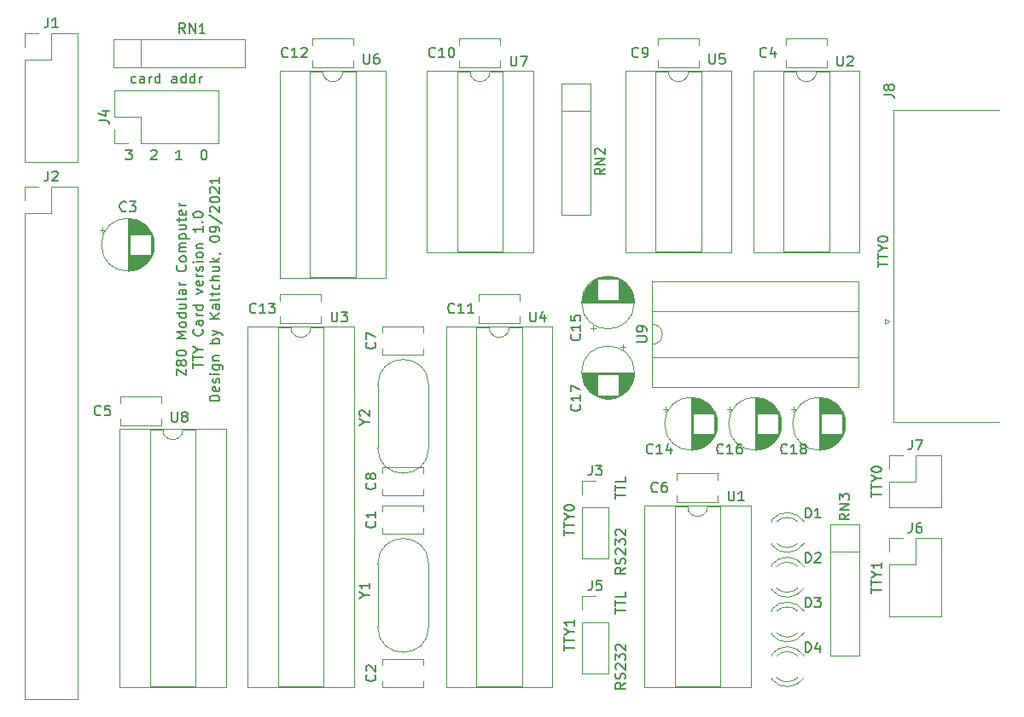
<source format=gbr>
G04 #@! TF.GenerationSoftware,KiCad,Pcbnew,(5.1.4)-1*
G04 #@! TF.CreationDate,2021-09-17T15:23:51+03:00*
G04 #@! TF.ProjectId,TTY,5454592e-6b69-4636-9164-5f7063625858,rev?*
G04 #@! TF.SameCoordinates,Original*
G04 #@! TF.FileFunction,Legend,Top*
G04 #@! TF.FilePolarity,Positive*
%FSLAX46Y46*%
G04 Gerber Fmt 4.6, Leading zero omitted, Abs format (unit mm)*
G04 Created by KiCad (PCBNEW (5.1.4)-1) date 2021-09-17 15:23:51*
%MOMM*%
%LPD*%
G04 APERTURE LIST*
%ADD10C,0.150000*%
%ADD11C,0.120000*%
G04 APERTURE END LIST*
D10*
X147137380Y-133675238D02*
X146661190Y-134008571D01*
X147137380Y-134246666D02*
X146137380Y-134246666D01*
X146137380Y-133865714D01*
X146185000Y-133770476D01*
X146232619Y-133722857D01*
X146327857Y-133675238D01*
X146470714Y-133675238D01*
X146565952Y-133722857D01*
X146613571Y-133770476D01*
X146661190Y-133865714D01*
X146661190Y-134246666D01*
X147089761Y-133294285D02*
X147137380Y-133151428D01*
X147137380Y-132913333D01*
X147089761Y-132818095D01*
X147042142Y-132770476D01*
X146946904Y-132722857D01*
X146851666Y-132722857D01*
X146756428Y-132770476D01*
X146708809Y-132818095D01*
X146661190Y-132913333D01*
X146613571Y-133103809D01*
X146565952Y-133199047D01*
X146518333Y-133246666D01*
X146423095Y-133294285D01*
X146327857Y-133294285D01*
X146232619Y-133246666D01*
X146185000Y-133199047D01*
X146137380Y-133103809D01*
X146137380Y-132865714D01*
X146185000Y-132722857D01*
X146232619Y-132341904D02*
X146185000Y-132294285D01*
X146137380Y-132199047D01*
X146137380Y-131960952D01*
X146185000Y-131865714D01*
X146232619Y-131818095D01*
X146327857Y-131770476D01*
X146423095Y-131770476D01*
X146565952Y-131818095D01*
X147137380Y-132389523D01*
X147137380Y-131770476D01*
X146137380Y-131437142D02*
X146137380Y-130818095D01*
X146518333Y-131151428D01*
X146518333Y-131008571D01*
X146565952Y-130913333D01*
X146613571Y-130865714D01*
X146708809Y-130818095D01*
X146946904Y-130818095D01*
X147042142Y-130865714D01*
X147089761Y-130913333D01*
X147137380Y-131008571D01*
X147137380Y-131294285D01*
X147089761Y-131389523D01*
X147042142Y-131437142D01*
X146232619Y-130437142D02*
X146185000Y-130389523D01*
X146137380Y-130294285D01*
X146137380Y-130056190D01*
X146185000Y-129960952D01*
X146232619Y-129913333D01*
X146327857Y-129865714D01*
X146423095Y-129865714D01*
X146565952Y-129913333D01*
X147137380Y-130484761D01*
X147137380Y-129865714D01*
X147137380Y-145105238D02*
X146661190Y-145438571D01*
X147137380Y-145676666D02*
X146137380Y-145676666D01*
X146137380Y-145295714D01*
X146185000Y-145200476D01*
X146232619Y-145152857D01*
X146327857Y-145105238D01*
X146470714Y-145105238D01*
X146565952Y-145152857D01*
X146613571Y-145200476D01*
X146661190Y-145295714D01*
X146661190Y-145676666D01*
X147089761Y-144724285D02*
X147137380Y-144581428D01*
X147137380Y-144343333D01*
X147089761Y-144248095D01*
X147042142Y-144200476D01*
X146946904Y-144152857D01*
X146851666Y-144152857D01*
X146756428Y-144200476D01*
X146708809Y-144248095D01*
X146661190Y-144343333D01*
X146613571Y-144533809D01*
X146565952Y-144629047D01*
X146518333Y-144676666D01*
X146423095Y-144724285D01*
X146327857Y-144724285D01*
X146232619Y-144676666D01*
X146185000Y-144629047D01*
X146137380Y-144533809D01*
X146137380Y-144295714D01*
X146185000Y-144152857D01*
X146232619Y-143771904D02*
X146185000Y-143724285D01*
X146137380Y-143629047D01*
X146137380Y-143390952D01*
X146185000Y-143295714D01*
X146232619Y-143248095D01*
X146327857Y-143200476D01*
X146423095Y-143200476D01*
X146565952Y-143248095D01*
X147137380Y-143819523D01*
X147137380Y-143200476D01*
X146137380Y-142867142D02*
X146137380Y-142248095D01*
X146518333Y-142581428D01*
X146518333Y-142438571D01*
X146565952Y-142343333D01*
X146613571Y-142295714D01*
X146708809Y-142248095D01*
X146946904Y-142248095D01*
X147042142Y-142295714D01*
X147089761Y-142343333D01*
X147137380Y-142438571D01*
X147137380Y-142724285D01*
X147089761Y-142819523D01*
X147042142Y-142867142D01*
X146232619Y-141867142D02*
X146185000Y-141819523D01*
X146137380Y-141724285D01*
X146137380Y-141486190D01*
X146185000Y-141390952D01*
X146232619Y-141343333D01*
X146327857Y-141295714D01*
X146423095Y-141295714D01*
X146565952Y-141343333D01*
X147137380Y-141914761D01*
X147137380Y-141295714D01*
X146137380Y-126801428D02*
X146137380Y-126230000D01*
X147137380Y-126515714D02*
X146137380Y-126515714D01*
X146137380Y-126039523D02*
X146137380Y-125468095D01*
X147137380Y-125753809D02*
X146137380Y-125753809D01*
X147137380Y-124658571D02*
X147137380Y-125134761D01*
X146137380Y-125134761D01*
X146137380Y-138231428D02*
X146137380Y-137660000D01*
X147137380Y-137945714D02*
X146137380Y-137945714D01*
X146137380Y-137469523D02*
X146137380Y-136898095D01*
X147137380Y-137183809D02*
X146137380Y-137183809D01*
X147137380Y-136088571D02*
X147137380Y-136564761D01*
X146137380Y-136564761D01*
X141057380Y-141906428D02*
X141057380Y-141335000D01*
X142057380Y-141620714D02*
X141057380Y-141620714D01*
X141057380Y-141144523D02*
X141057380Y-140573095D01*
X142057380Y-140858809D02*
X141057380Y-140858809D01*
X141581190Y-140049285D02*
X142057380Y-140049285D01*
X141057380Y-140382619D02*
X141581190Y-140049285D01*
X141057380Y-139715952D01*
X142057380Y-138858809D02*
X142057380Y-139430238D01*
X142057380Y-139144523D02*
X141057380Y-139144523D01*
X141200238Y-139239761D01*
X141295476Y-139335000D01*
X141343095Y-139430238D01*
X141057380Y-130476428D02*
X141057380Y-129905000D01*
X142057380Y-130190714D02*
X141057380Y-130190714D01*
X141057380Y-129714523D02*
X141057380Y-129143095D01*
X142057380Y-129428809D02*
X141057380Y-129428809D01*
X141581190Y-128619285D02*
X142057380Y-128619285D01*
X141057380Y-128952619D02*
X141581190Y-128619285D01*
X141057380Y-128285952D01*
X141057380Y-127762142D02*
X141057380Y-127666904D01*
X141105000Y-127571666D01*
X141152619Y-127524047D01*
X141247857Y-127476428D01*
X141438333Y-127428809D01*
X141676428Y-127428809D01*
X141866904Y-127476428D01*
X141962142Y-127524047D01*
X142009761Y-127571666D01*
X142057380Y-127666904D01*
X142057380Y-127762142D01*
X142009761Y-127857380D01*
X141962142Y-127905000D01*
X141866904Y-127952619D01*
X141676428Y-128000238D01*
X141438333Y-128000238D01*
X141247857Y-127952619D01*
X141152619Y-127905000D01*
X141105000Y-127857380D01*
X141057380Y-127762142D01*
X171537380Y-136191428D02*
X171537380Y-135620000D01*
X172537380Y-135905714D02*
X171537380Y-135905714D01*
X171537380Y-135429523D02*
X171537380Y-134858095D01*
X172537380Y-135143809D02*
X171537380Y-135143809D01*
X172061190Y-134334285D02*
X172537380Y-134334285D01*
X171537380Y-134667619D02*
X172061190Y-134334285D01*
X171537380Y-134000952D01*
X172537380Y-133143809D02*
X172537380Y-133715238D01*
X172537380Y-133429523D02*
X171537380Y-133429523D01*
X171680238Y-133524761D01*
X171775476Y-133620000D01*
X171823095Y-133715238D01*
X172172380Y-103806428D02*
X172172380Y-103235000D01*
X173172380Y-103520714D02*
X172172380Y-103520714D01*
X172172380Y-103044523D02*
X172172380Y-102473095D01*
X173172380Y-102758809D02*
X172172380Y-102758809D01*
X172696190Y-101949285D02*
X173172380Y-101949285D01*
X172172380Y-102282619D02*
X172696190Y-101949285D01*
X172172380Y-101615952D01*
X172172380Y-101092142D02*
X172172380Y-100996904D01*
X172220000Y-100901666D01*
X172267619Y-100854047D01*
X172362857Y-100806428D01*
X172553333Y-100758809D01*
X172791428Y-100758809D01*
X172981904Y-100806428D01*
X173077142Y-100854047D01*
X173124761Y-100901666D01*
X173172380Y-100996904D01*
X173172380Y-101092142D01*
X173124761Y-101187380D01*
X173077142Y-101235000D01*
X172981904Y-101282619D01*
X172791428Y-101330238D01*
X172553333Y-101330238D01*
X172362857Y-101282619D01*
X172267619Y-101235000D01*
X172220000Y-101187380D01*
X172172380Y-101092142D01*
X171537380Y-126666428D02*
X171537380Y-126095000D01*
X172537380Y-126380714D02*
X171537380Y-126380714D01*
X171537380Y-125904523D02*
X171537380Y-125333095D01*
X172537380Y-125618809D02*
X171537380Y-125618809D01*
X172061190Y-124809285D02*
X172537380Y-124809285D01*
X171537380Y-125142619D02*
X172061190Y-124809285D01*
X171537380Y-124475952D01*
X171537380Y-123952142D02*
X171537380Y-123856904D01*
X171585000Y-123761666D01*
X171632619Y-123714047D01*
X171727857Y-123666428D01*
X171918333Y-123618809D01*
X172156428Y-123618809D01*
X172346904Y-123666428D01*
X172442142Y-123714047D01*
X172489761Y-123761666D01*
X172537380Y-123856904D01*
X172537380Y-123952142D01*
X172489761Y-124047380D01*
X172442142Y-124095000D01*
X172346904Y-124142619D01*
X172156428Y-124190238D01*
X171918333Y-124190238D01*
X171727857Y-124142619D01*
X171632619Y-124095000D01*
X171585000Y-124047380D01*
X171537380Y-123952142D01*
X97552380Y-92162380D02*
X98171428Y-92162380D01*
X97838095Y-92543333D01*
X97980952Y-92543333D01*
X98076190Y-92590952D01*
X98123809Y-92638571D01*
X98171428Y-92733809D01*
X98171428Y-92971904D01*
X98123809Y-93067142D01*
X98076190Y-93114761D01*
X97980952Y-93162380D01*
X97695238Y-93162380D01*
X97600000Y-93114761D01*
X97552380Y-93067142D01*
X100076190Y-92257619D02*
X100123809Y-92210000D01*
X100219047Y-92162380D01*
X100457142Y-92162380D01*
X100552380Y-92210000D01*
X100600000Y-92257619D01*
X100647619Y-92352857D01*
X100647619Y-92448095D01*
X100600000Y-92590952D01*
X100028571Y-93162380D01*
X100647619Y-93162380D01*
X103123809Y-93162380D02*
X102552380Y-93162380D01*
X102838095Y-93162380D02*
X102838095Y-92162380D01*
X102742857Y-92305238D01*
X102647619Y-92400476D01*
X102552380Y-92448095D01*
X105266666Y-92162380D02*
X105361904Y-92162380D01*
X105457142Y-92210000D01*
X105504761Y-92257619D01*
X105552380Y-92352857D01*
X105600000Y-92543333D01*
X105600000Y-92781428D01*
X105552380Y-92971904D01*
X105504761Y-93067142D01*
X105457142Y-93114761D01*
X105361904Y-93162380D01*
X105266666Y-93162380D01*
X105171428Y-93114761D01*
X105123809Y-93067142D01*
X105076190Y-92971904D01*
X105028571Y-92781428D01*
X105028571Y-92543333D01*
X105076190Y-92352857D01*
X105123809Y-92257619D01*
X105171428Y-92210000D01*
X105266666Y-92162380D01*
X98576190Y-85494761D02*
X98480952Y-85542380D01*
X98290476Y-85542380D01*
X98195238Y-85494761D01*
X98147619Y-85447142D01*
X98100000Y-85351904D01*
X98100000Y-85066190D01*
X98147619Y-84970952D01*
X98195238Y-84923333D01*
X98290476Y-84875714D01*
X98480952Y-84875714D01*
X98576190Y-84923333D01*
X99433333Y-85542380D02*
X99433333Y-85018571D01*
X99385714Y-84923333D01*
X99290476Y-84875714D01*
X99100000Y-84875714D01*
X99004761Y-84923333D01*
X99433333Y-85494761D02*
X99338095Y-85542380D01*
X99100000Y-85542380D01*
X99004761Y-85494761D01*
X98957142Y-85399523D01*
X98957142Y-85304285D01*
X99004761Y-85209047D01*
X99100000Y-85161428D01*
X99338095Y-85161428D01*
X99433333Y-85113809D01*
X99909523Y-85542380D02*
X99909523Y-84875714D01*
X99909523Y-85066190D02*
X99957142Y-84970952D01*
X100004761Y-84923333D01*
X100100000Y-84875714D01*
X100195238Y-84875714D01*
X100957142Y-85542380D02*
X100957142Y-84542380D01*
X100957142Y-85494761D02*
X100861904Y-85542380D01*
X100671428Y-85542380D01*
X100576190Y-85494761D01*
X100528571Y-85447142D01*
X100480952Y-85351904D01*
X100480952Y-85066190D01*
X100528571Y-84970952D01*
X100576190Y-84923333D01*
X100671428Y-84875714D01*
X100861904Y-84875714D01*
X100957142Y-84923333D01*
X102623809Y-85542380D02*
X102623809Y-85018571D01*
X102576190Y-84923333D01*
X102480952Y-84875714D01*
X102290476Y-84875714D01*
X102195238Y-84923333D01*
X102623809Y-85494761D02*
X102528571Y-85542380D01*
X102290476Y-85542380D01*
X102195238Y-85494761D01*
X102147619Y-85399523D01*
X102147619Y-85304285D01*
X102195238Y-85209047D01*
X102290476Y-85161428D01*
X102528571Y-85161428D01*
X102623809Y-85113809D01*
X103528571Y-85542380D02*
X103528571Y-84542380D01*
X103528571Y-85494761D02*
X103433333Y-85542380D01*
X103242857Y-85542380D01*
X103147619Y-85494761D01*
X103100000Y-85447142D01*
X103052380Y-85351904D01*
X103052380Y-85066190D01*
X103100000Y-84970952D01*
X103147619Y-84923333D01*
X103242857Y-84875714D01*
X103433333Y-84875714D01*
X103528571Y-84923333D01*
X104433333Y-85542380D02*
X104433333Y-84542380D01*
X104433333Y-85494761D02*
X104338095Y-85542380D01*
X104147619Y-85542380D01*
X104052380Y-85494761D01*
X104004761Y-85447142D01*
X103957142Y-85351904D01*
X103957142Y-85066190D01*
X104004761Y-84970952D01*
X104052380Y-84923333D01*
X104147619Y-84875714D01*
X104338095Y-84875714D01*
X104433333Y-84923333D01*
X104909523Y-85542380D02*
X104909523Y-84875714D01*
X104909523Y-85066190D02*
X104957142Y-84970952D01*
X105004761Y-84923333D01*
X105100000Y-84875714D01*
X105195238Y-84875714D01*
X102577380Y-114592619D02*
X102577380Y-113925952D01*
X103577380Y-114592619D01*
X103577380Y-113925952D01*
X103005952Y-113402142D02*
X102958333Y-113497380D01*
X102910714Y-113545000D01*
X102815476Y-113592619D01*
X102767857Y-113592619D01*
X102672619Y-113545000D01*
X102625000Y-113497380D01*
X102577380Y-113402142D01*
X102577380Y-113211666D01*
X102625000Y-113116428D01*
X102672619Y-113068809D01*
X102767857Y-113021190D01*
X102815476Y-113021190D01*
X102910714Y-113068809D01*
X102958333Y-113116428D01*
X103005952Y-113211666D01*
X103005952Y-113402142D01*
X103053571Y-113497380D01*
X103101190Y-113545000D01*
X103196428Y-113592619D01*
X103386904Y-113592619D01*
X103482142Y-113545000D01*
X103529761Y-113497380D01*
X103577380Y-113402142D01*
X103577380Y-113211666D01*
X103529761Y-113116428D01*
X103482142Y-113068809D01*
X103386904Y-113021190D01*
X103196428Y-113021190D01*
X103101190Y-113068809D01*
X103053571Y-113116428D01*
X103005952Y-113211666D01*
X102577380Y-112402142D02*
X102577380Y-112306904D01*
X102625000Y-112211666D01*
X102672619Y-112164047D01*
X102767857Y-112116428D01*
X102958333Y-112068809D01*
X103196428Y-112068809D01*
X103386904Y-112116428D01*
X103482142Y-112164047D01*
X103529761Y-112211666D01*
X103577380Y-112306904D01*
X103577380Y-112402142D01*
X103529761Y-112497380D01*
X103482142Y-112545000D01*
X103386904Y-112592619D01*
X103196428Y-112640238D01*
X102958333Y-112640238D01*
X102767857Y-112592619D01*
X102672619Y-112545000D01*
X102625000Y-112497380D01*
X102577380Y-112402142D01*
X103577380Y-110878333D02*
X102577380Y-110878333D01*
X103291666Y-110545000D01*
X102577380Y-110211666D01*
X103577380Y-110211666D01*
X103577380Y-109592619D02*
X103529761Y-109687857D01*
X103482142Y-109735476D01*
X103386904Y-109783095D01*
X103101190Y-109783095D01*
X103005952Y-109735476D01*
X102958333Y-109687857D01*
X102910714Y-109592619D01*
X102910714Y-109449761D01*
X102958333Y-109354523D01*
X103005952Y-109306904D01*
X103101190Y-109259285D01*
X103386904Y-109259285D01*
X103482142Y-109306904D01*
X103529761Y-109354523D01*
X103577380Y-109449761D01*
X103577380Y-109592619D01*
X103577380Y-108402142D02*
X102577380Y-108402142D01*
X103529761Y-108402142D02*
X103577380Y-108497380D01*
X103577380Y-108687857D01*
X103529761Y-108783095D01*
X103482142Y-108830714D01*
X103386904Y-108878333D01*
X103101190Y-108878333D01*
X103005952Y-108830714D01*
X102958333Y-108783095D01*
X102910714Y-108687857D01*
X102910714Y-108497380D01*
X102958333Y-108402142D01*
X102910714Y-107497380D02*
X103577380Y-107497380D01*
X102910714Y-107925952D02*
X103434523Y-107925952D01*
X103529761Y-107878333D01*
X103577380Y-107783095D01*
X103577380Y-107640238D01*
X103529761Y-107545000D01*
X103482142Y-107497380D01*
X103577380Y-106878333D02*
X103529761Y-106973571D01*
X103434523Y-107021190D01*
X102577380Y-107021190D01*
X103577380Y-106068809D02*
X103053571Y-106068809D01*
X102958333Y-106116428D01*
X102910714Y-106211666D01*
X102910714Y-106402142D01*
X102958333Y-106497380D01*
X103529761Y-106068809D02*
X103577380Y-106164047D01*
X103577380Y-106402142D01*
X103529761Y-106497380D01*
X103434523Y-106545000D01*
X103339285Y-106545000D01*
X103244047Y-106497380D01*
X103196428Y-106402142D01*
X103196428Y-106164047D01*
X103148809Y-106068809D01*
X103577380Y-105592619D02*
X102910714Y-105592619D01*
X103101190Y-105592619D02*
X103005952Y-105545000D01*
X102958333Y-105497380D01*
X102910714Y-105402142D01*
X102910714Y-105306904D01*
X103482142Y-103640238D02*
X103529761Y-103687857D01*
X103577380Y-103830714D01*
X103577380Y-103925952D01*
X103529761Y-104068809D01*
X103434523Y-104164047D01*
X103339285Y-104211666D01*
X103148809Y-104259285D01*
X103005952Y-104259285D01*
X102815476Y-104211666D01*
X102720238Y-104164047D01*
X102625000Y-104068809D01*
X102577380Y-103925952D01*
X102577380Y-103830714D01*
X102625000Y-103687857D01*
X102672619Y-103640238D01*
X103577380Y-103068809D02*
X103529761Y-103164047D01*
X103482142Y-103211666D01*
X103386904Y-103259285D01*
X103101190Y-103259285D01*
X103005952Y-103211666D01*
X102958333Y-103164047D01*
X102910714Y-103068809D01*
X102910714Y-102925952D01*
X102958333Y-102830714D01*
X103005952Y-102783095D01*
X103101190Y-102735476D01*
X103386904Y-102735476D01*
X103482142Y-102783095D01*
X103529761Y-102830714D01*
X103577380Y-102925952D01*
X103577380Y-103068809D01*
X103577380Y-102306904D02*
X102910714Y-102306904D01*
X103005952Y-102306904D02*
X102958333Y-102259285D01*
X102910714Y-102164047D01*
X102910714Y-102021190D01*
X102958333Y-101925952D01*
X103053571Y-101878333D01*
X103577380Y-101878333D01*
X103053571Y-101878333D02*
X102958333Y-101830714D01*
X102910714Y-101735476D01*
X102910714Y-101592619D01*
X102958333Y-101497380D01*
X103053571Y-101449761D01*
X103577380Y-101449761D01*
X102910714Y-100973571D02*
X103910714Y-100973571D01*
X102958333Y-100973571D02*
X102910714Y-100878333D01*
X102910714Y-100687857D01*
X102958333Y-100592619D01*
X103005952Y-100545000D01*
X103101190Y-100497380D01*
X103386904Y-100497380D01*
X103482142Y-100545000D01*
X103529761Y-100592619D01*
X103577380Y-100687857D01*
X103577380Y-100878333D01*
X103529761Y-100973571D01*
X102910714Y-99640238D02*
X103577380Y-99640238D01*
X102910714Y-100068809D02*
X103434523Y-100068809D01*
X103529761Y-100021190D01*
X103577380Y-99925952D01*
X103577380Y-99783095D01*
X103529761Y-99687857D01*
X103482142Y-99640238D01*
X102910714Y-99306904D02*
X102910714Y-98925952D01*
X102577380Y-99164047D02*
X103434523Y-99164047D01*
X103529761Y-99116428D01*
X103577380Y-99021190D01*
X103577380Y-98925952D01*
X103529761Y-98211666D02*
X103577380Y-98306904D01*
X103577380Y-98497380D01*
X103529761Y-98592619D01*
X103434523Y-98640238D01*
X103053571Y-98640238D01*
X102958333Y-98592619D01*
X102910714Y-98497380D01*
X102910714Y-98306904D01*
X102958333Y-98211666D01*
X103053571Y-98164047D01*
X103148809Y-98164047D01*
X103244047Y-98640238D01*
X103577380Y-97735476D02*
X102910714Y-97735476D01*
X103101190Y-97735476D02*
X103005952Y-97687857D01*
X102958333Y-97640238D01*
X102910714Y-97545000D01*
X102910714Y-97449761D01*
X104227380Y-113854523D02*
X104227380Y-113283095D01*
X105227380Y-113568809D02*
X104227380Y-113568809D01*
X104227380Y-113092619D02*
X104227380Y-112521190D01*
X105227380Y-112806904D02*
X104227380Y-112806904D01*
X104751190Y-111997380D02*
X105227380Y-111997380D01*
X104227380Y-112330714D02*
X104751190Y-111997380D01*
X104227380Y-111664047D01*
X105132142Y-109997380D02*
X105179761Y-110045000D01*
X105227380Y-110187857D01*
X105227380Y-110283095D01*
X105179761Y-110425952D01*
X105084523Y-110521190D01*
X104989285Y-110568809D01*
X104798809Y-110616428D01*
X104655952Y-110616428D01*
X104465476Y-110568809D01*
X104370238Y-110521190D01*
X104275000Y-110425952D01*
X104227380Y-110283095D01*
X104227380Y-110187857D01*
X104275000Y-110045000D01*
X104322619Y-109997380D01*
X105227380Y-109140238D02*
X104703571Y-109140238D01*
X104608333Y-109187857D01*
X104560714Y-109283095D01*
X104560714Y-109473571D01*
X104608333Y-109568809D01*
X105179761Y-109140238D02*
X105227380Y-109235476D01*
X105227380Y-109473571D01*
X105179761Y-109568809D01*
X105084523Y-109616428D01*
X104989285Y-109616428D01*
X104894047Y-109568809D01*
X104846428Y-109473571D01*
X104846428Y-109235476D01*
X104798809Y-109140238D01*
X105227380Y-108664047D02*
X104560714Y-108664047D01*
X104751190Y-108664047D02*
X104655952Y-108616428D01*
X104608333Y-108568809D01*
X104560714Y-108473571D01*
X104560714Y-108378333D01*
X105227380Y-107616428D02*
X104227380Y-107616428D01*
X105179761Y-107616428D02*
X105227380Y-107711666D01*
X105227380Y-107902142D01*
X105179761Y-107997380D01*
X105132142Y-108045000D01*
X105036904Y-108092619D01*
X104751190Y-108092619D01*
X104655952Y-108045000D01*
X104608333Y-107997380D01*
X104560714Y-107902142D01*
X104560714Y-107711666D01*
X104608333Y-107616428D01*
X104560714Y-106473571D02*
X105227380Y-106235476D01*
X104560714Y-105997380D01*
X105179761Y-105235476D02*
X105227380Y-105330714D01*
X105227380Y-105521190D01*
X105179761Y-105616428D01*
X105084523Y-105664047D01*
X104703571Y-105664047D01*
X104608333Y-105616428D01*
X104560714Y-105521190D01*
X104560714Y-105330714D01*
X104608333Y-105235476D01*
X104703571Y-105187857D01*
X104798809Y-105187857D01*
X104894047Y-105664047D01*
X105227380Y-104759285D02*
X104560714Y-104759285D01*
X104751190Y-104759285D02*
X104655952Y-104711666D01*
X104608333Y-104664047D01*
X104560714Y-104568809D01*
X104560714Y-104473571D01*
X105179761Y-104187857D02*
X105227380Y-104092619D01*
X105227380Y-103902142D01*
X105179761Y-103806904D01*
X105084523Y-103759285D01*
X105036904Y-103759285D01*
X104941666Y-103806904D01*
X104894047Y-103902142D01*
X104894047Y-104045000D01*
X104846428Y-104140238D01*
X104751190Y-104187857D01*
X104703571Y-104187857D01*
X104608333Y-104140238D01*
X104560714Y-104045000D01*
X104560714Y-103902142D01*
X104608333Y-103806904D01*
X105227380Y-103330714D02*
X104560714Y-103330714D01*
X104227380Y-103330714D02*
X104275000Y-103378333D01*
X104322619Y-103330714D01*
X104275000Y-103283095D01*
X104227380Y-103330714D01*
X104322619Y-103330714D01*
X105227380Y-102711666D02*
X105179761Y-102806904D01*
X105132142Y-102854523D01*
X105036904Y-102902142D01*
X104751190Y-102902142D01*
X104655952Y-102854523D01*
X104608333Y-102806904D01*
X104560714Y-102711666D01*
X104560714Y-102568809D01*
X104608333Y-102473571D01*
X104655952Y-102425952D01*
X104751190Y-102378333D01*
X105036904Y-102378333D01*
X105132142Y-102425952D01*
X105179761Y-102473571D01*
X105227380Y-102568809D01*
X105227380Y-102711666D01*
X104560714Y-101949761D02*
X105227380Y-101949761D01*
X104655952Y-101949761D02*
X104608333Y-101902142D01*
X104560714Y-101806904D01*
X104560714Y-101664047D01*
X104608333Y-101568809D01*
X104703571Y-101521190D01*
X105227380Y-101521190D01*
X105227380Y-99759285D02*
X105227380Y-100330714D01*
X105227380Y-100045000D02*
X104227380Y-100045000D01*
X104370238Y-100140238D01*
X104465476Y-100235476D01*
X104513095Y-100330714D01*
X105132142Y-99330714D02*
X105179761Y-99283095D01*
X105227380Y-99330714D01*
X105179761Y-99378333D01*
X105132142Y-99330714D01*
X105227380Y-99330714D01*
X104227380Y-98664047D02*
X104227380Y-98568809D01*
X104275000Y-98473571D01*
X104322619Y-98425952D01*
X104417857Y-98378333D01*
X104608333Y-98330714D01*
X104846428Y-98330714D01*
X105036904Y-98378333D01*
X105132142Y-98425952D01*
X105179761Y-98473571D01*
X105227380Y-98568809D01*
X105227380Y-98664047D01*
X105179761Y-98759285D01*
X105132142Y-98806904D01*
X105036904Y-98854523D01*
X104846428Y-98902142D01*
X104608333Y-98902142D01*
X104417857Y-98854523D01*
X104322619Y-98806904D01*
X104275000Y-98759285D01*
X104227380Y-98664047D01*
X106877380Y-117116428D02*
X105877380Y-117116428D01*
X105877380Y-116878333D01*
X105925000Y-116735476D01*
X106020238Y-116640238D01*
X106115476Y-116592619D01*
X106305952Y-116545000D01*
X106448809Y-116545000D01*
X106639285Y-116592619D01*
X106734523Y-116640238D01*
X106829761Y-116735476D01*
X106877380Y-116878333D01*
X106877380Y-117116428D01*
X106829761Y-115735476D02*
X106877380Y-115830714D01*
X106877380Y-116021190D01*
X106829761Y-116116428D01*
X106734523Y-116164047D01*
X106353571Y-116164047D01*
X106258333Y-116116428D01*
X106210714Y-116021190D01*
X106210714Y-115830714D01*
X106258333Y-115735476D01*
X106353571Y-115687857D01*
X106448809Y-115687857D01*
X106544047Y-116164047D01*
X106829761Y-115306904D02*
X106877380Y-115211666D01*
X106877380Y-115021190D01*
X106829761Y-114925952D01*
X106734523Y-114878333D01*
X106686904Y-114878333D01*
X106591666Y-114925952D01*
X106544047Y-115021190D01*
X106544047Y-115164047D01*
X106496428Y-115259285D01*
X106401190Y-115306904D01*
X106353571Y-115306904D01*
X106258333Y-115259285D01*
X106210714Y-115164047D01*
X106210714Y-115021190D01*
X106258333Y-114925952D01*
X106877380Y-114449761D02*
X106210714Y-114449761D01*
X105877380Y-114449761D02*
X105925000Y-114497380D01*
X105972619Y-114449761D01*
X105925000Y-114402142D01*
X105877380Y-114449761D01*
X105972619Y-114449761D01*
X106210714Y-113545000D02*
X107020238Y-113545000D01*
X107115476Y-113592619D01*
X107163095Y-113640238D01*
X107210714Y-113735476D01*
X107210714Y-113878333D01*
X107163095Y-113973571D01*
X106829761Y-113545000D02*
X106877380Y-113640238D01*
X106877380Y-113830714D01*
X106829761Y-113925952D01*
X106782142Y-113973571D01*
X106686904Y-114021190D01*
X106401190Y-114021190D01*
X106305952Y-113973571D01*
X106258333Y-113925952D01*
X106210714Y-113830714D01*
X106210714Y-113640238D01*
X106258333Y-113545000D01*
X106210714Y-113068809D02*
X106877380Y-113068809D01*
X106305952Y-113068809D02*
X106258333Y-113021190D01*
X106210714Y-112925952D01*
X106210714Y-112783095D01*
X106258333Y-112687857D01*
X106353571Y-112640238D01*
X106877380Y-112640238D01*
X106877380Y-111402142D02*
X105877380Y-111402142D01*
X106258333Y-111402142D02*
X106210714Y-111306904D01*
X106210714Y-111116428D01*
X106258333Y-111021190D01*
X106305952Y-110973571D01*
X106401190Y-110925952D01*
X106686904Y-110925952D01*
X106782142Y-110973571D01*
X106829761Y-111021190D01*
X106877380Y-111116428D01*
X106877380Y-111306904D01*
X106829761Y-111402142D01*
X106210714Y-110592619D02*
X106877380Y-110354523D01*
X106210714Y-110116428D02*
X106877380Y-110354523D01*
X107115476Y-110449761D01*
X107163095Y-110497380D01*
X107210714Y-110592619D01*
X106877380Y-108973571D02*
X105877380Y-108973571D01*
X106877380Y-108402142D02*
X106305952Y-108830714D01*
X105877380Y-108402142D02*
X106448809Y-108973571D01*
X106877380Y-107545000D02*
X106353571Y-107545000D01*
X106258333Y-107592619D01*
X106210714Y-107687857D01*
X106210714Y-107878333D01*
X106258333Y-107973571D01*
X106829761Y-107545000D02*
X106877380Y-107640238D01*
X106877380Y-107878333D01*
X106829761Y-107973571D01*
X106734523Y-108021190D01*
X106639285Y-108021190D01*
X106544047Y-107973571D01*
X106496428Y-107878333D01*
X106496428Y-107640238D01*
X106448809Y-107545000D01*
X106877380Y-106925952D02*
X106829761Y-107021190D01*
X106734523Y-107068809D01*
X105877380Y-107068809D01*
X106210714Y-106687857D02*
X106210714Y-106306904D01*
X105877380Y-106545000D02*
X106734523Y-106545000D01*
X106829761Y-106497380D01*
X106877380Y-106402142D01*
X106877380Y-106306904D01*
X106829761Y-105545000D02*
X106877380Y-105640238D01*
X106877380Y-105830714D01*
X106829761Y-105925952D01*
X106782142Y-105973571D01*
X106686904Y-106021190D01*
X106401190Y-106021190D01*
X106305952Y-105973571D01*
X106258333Y-105925952D01*
X106210714Y-105830714D01*
X106210714Y-105640238D01*
X106258333Y-105545000D01*
X106877380Y-105116428D02*
X105877380Y-105116428D01*
X106877380Y-104687857D02*
X106353571Y-104687857D01*
X106258333Y-104735476D01*
X106210714Y-104830714D01*
X106210714Y-104973571D01*
X106258333Y-105068809D01*
X106305952Y-105116428D01*
X106210714Y-103783095D02*
X106877380Y-103783095D01*
X106210714Y-104211666D02*
X106734523Y-104211666D01*
X106829761Y-104164047D01*
X106877380Y-104068809D01*
X106877380Y-103925952D01*
X106829761Y-103830714D01*
X106782142Y-103783095D01*
X106877380Y-103306904D02*
X105877380Y-103306904D01*
X106496428Y-103211666D02*
X106877380Y-102925952D01*
X106210714Y-102925952D02*
X106591666Y-103306904D01*
X106829761Y-102449761D02*
X106877380Y-102449761D01*
X106972619Y-102497380D01*
X107020238Y-102545000D01*
X105877380Y-101068809D02*
X105877380Y-100973571D01*
X105925000Y-100878333D01*
X105972619Y-100830714D01*
X106067857Y-100783095D01*
X106258333Y-100735476D01*
X106496428Y-100735476D01*
X106686904Y-100783095D01*
X106782142Y-100830714D01*
X106829761Y-100878333D01*
X106877380Y-100973571D01*
X106877380Y-101068809D01*
X106829761Y-101164047D01*
X106782142Y-101211666D01*
X106686904Y-101259285D01*
X106496428Y-101306904D01*
X106258333Y-101306904D01*
X106067857Y-101259285D01*
X105972619Y-101211666D01*
X105925000Y-101164047D01*
X105877380Y-101068809D01*
X106877380Y-100259285D02*
X106877380Y-100068809D01*
X106829761Y-99973571D01*
X106782142Y-99925952D01*
X106639285Y-99830714D01*
X106448809Y-99783095D01*
X106067857Y-99783095D01*
X105972619Y-99830714D01*
X105925000Y-99878333D01*
X105877380Y-99973571D01*
X105877380Y-100164047D01*
X105925000Y-100259285D01*
X105972619Y-100306904D01*
X106067857Y-100354523D01*
X106305952Y-100354523D01*
X106401190Y-100306904D01*
X106448809Y-100259285D01*
X106496428Y-100164047D01*
X106496428Y-99973571D01*
X106448809Y-99878333D01*
X106401190Y-99830714D01*
X106305952Y-99783095D01*
X105829761Y-98640238D02*
X107115476Y-99497380D01*
X105972619Y-98354523D02*
X105925000Y-98306904D01*
X105877380Y-98211666D01*
X105877380Y-97973571D01*
X105925000Y-97878333D01*
X105972619Y-97830714D01*
X106067857Y-97783095D01*
X106163095Y-97783095D01*
X106305952Y-97830714D01*
X106877380Y-98402142D01*
X106877380Y-97783095D01*
X105877380Y-97164047D02*
X105877380Y-97068809D01*
X105925000Y-96973571D01*
X105972619Y-96925952D01*
X106067857Y-96878333D01*
X106258333Y-96830714D01*
X106496428Y-96830714D01*
X106686904Y-96878333D01*
X106782142Y-96925952D01*
X106829761Y-96973571D01*
X106877380Y-97068809D01*
X106877380Y-97164047D01*
X106829761Y-97259285D01*
X106782142Y-97306904D01*
X106686904Y-97354523D01*
X106496428Y-97402142D01*
X106258333Y-97402142D01*
X106067857Y-97354523D01*
X105972619Y-97306904D01*
X105925000Y-97259285D01*
X105877380Y-97164047D01*
X105972619Y-96449761D02*
X105925000Y-96402142D01*
X105877380Y-96306904D01*
X105877380Y-96068809D01*
X105925000Y-95973571D01*
X105972619Y-95925952D01*
X106067857Y-95878333D01*
X106163095Y-95878333D01*
X106305952Y-95925952D01*
X106877380Y-96497380D01*
X106877380Y-95878333D01*
X106877380Y-94925952D02*
X106877380Y-95497380D01*
X106877380Y-95211666D02*
X105877380Y-95211666D01*
X106020238Y-95306904D01*
X106115476Y-95402142D01*
X106163095Y-95497380D01*
D11*
X127095000Y-129700000D02*
X127095000Y-130325000D01*
X127095000Y-127485000D02*
X127095000Y-128110000D01*
X123055000Y-129700000D02*
X123055000Y-130325000D01*
X123055000Y-127485000D02*
X123055000Y-128110000D01*
X123055000Y-130325000D02*
X127095000Y-130325000D01*
X123055000Y-127485000D02*
X127095000Y-127485000D01*
X127095000Y-144940000D02*
X127095000Y-145565000D01*
X127095000Y-142725000D02*
X127095000Y-143350000D01*
X123055000Y-144940000D02*
X123055000Y-145565000D01*
X123055000Y-142725000D02*
X123055000Y-143350000D01*
X123055000Y-145565000D02*
X127095000Y-145565000D01*
X123055000Y-142725000D02*
X127095000Y-142725000D01*
X95215225Y-99875000D02*
X95215225Y-100375000D01*
X94965225Y-100125000D02*
X95465225Y-100125000D01*
X100371000Y-101316000D02*
X100371000Y-101884000D01*
X100331000Y-101082000D02*
X100331000Y-102118000D01*
X100291000Y-100923000D02*
X100291000Y-102277000D01*
X100251000Y-100795000D02*
X100251000Y-102405000D01*
X100211000Y-100685000D02*
X100211000Y-102515000D01*
X100171000Y-100589000D02*
X100171000Y-102611000D01*
X100131000Y-100502000D02*
X100131000Y-102698000D01*
X100091000Y-100422000D02*
X100091000Y-102778000D01*
X100051000Y-102640000D02*
X100051000Y-102851000D01*
X100051000Y-100349000D02*
X100051000Y-100560000D01*
X100011000Y-102640000D02*
X100011000Y-102919000D01*
X100011000Y-100281000D02*
X100011000Y-100560000D01*
X99971000Y-102640000D02*
X99971000Y-102983000D01*
X99971000Y-100217000D02*
X99971000Y-100560000D01*
X99931000Y-102640000D02*
X99931000Y-103043000D01*
X99931000Y-100157000D02*
X99931000Y-100560000D01*
X99891000Y-102640000D02*
X99891000Y-103100000D01*
X99891000Y-100100000D02*
X99891000Y-100560000D01*
X99851000Y-102640000D02*
X99851000Y-103154000D01*
X99851000Y-100046000D02*
X99851000Y-100560000D01*
X99811000Y-102640000D02*
X99811000Y-103205000D01*
X99811000Y-99995000D02*
X99811000Y-100560000D01*
X99771000Y-102640000D02*
X99771000Y-103253000D01*
X99771000Y-99947000D02*
X99771000Y-100560000D01*
X99731000Y-102640000D02*
X99731000Y-103299000D01*
X99731000Y-99901000D02*
X99731000Y-100560000D01*
X99691000Y-102640000D02*
X99691000Y-103343000D01*
X99691000Y-99857000D02*
X99691000Y-100560000D01*
X99651000Y-102640000D02*
X99651000Y-103385000D01*
X99651000Y-99815000D02*
X99651000Y-100560000D01*
X99611000Y-102640000D02*
X99611000Y-103426000D01*
X99611000Y-99774000D02*
X99611000Y-100560000D01*
X99571000Y-102640000D02*
X99571000Y-103464000D01*
X99571000Y-99736000D02*
X99571000Y-100560000D01*
X99531000Y-102640000D02*
X99531000Y-103501000D01*
X99531000Y-99699000D02*
X99531000Y-100560000D01*
X99491000Y-102640000D02*
X99491000Y-103537000D01*
X99491000Y-99663000D02*
X99491000Y-100560000D01*
X99451000Y-102640000D02*
X99451000Y-103571000D01*
X99451000Y-99629000D02*
X99451000Y-100560000D01*
X99411000Y-102640000D02*
X99411000Y-103604000D01*
X99411000Y-99596000D02*
X99411000Y-100560000D01*
X99371000Y-102640000D02*
X99371000Y-103635000D01*
X99371000Y-99565000D02*
X99371000Y-100560000D01*
X99331000Y-102640000D02*
X99331000Y-103665000D01*
X99331000Y-99535000D02*
X99331000Y-100560000D01*
X99291000Y-102640000D02*
X99291000Y-103695000D01*
X99291000Y-99505000D02*
X99291000Y-100560000D01*
X99251000Y-102640000D02*
X99251000Y-103722000D01*
X99251000Y-99478000D02*
X99251000Y-100560000D01*
X99211000Y-102640000D02*
X99211000Y-103749000D01*
X99211000Y-99451000D02*
X99211000Y-100560000D01*
X99171000Y-102640000D02*
X99171000Y-103775000D01*
X99171000Y-99425000D02*
X99171000Y-100560000D01*
X99131000Y-102640000D02*
X99131000Y-103800000D01*
X99131000Y-99400000D02*
X99131000Y-100560000D01*
X99091000Y-102640000D02*
X99091000Y-103824000D01*
X99091000Y-99376000D02*
X99091000Y-100560000D01*
X99051000Y-102640000D02*
X99051000Y-103847000D01*
X99051000Y-99353000D02*
X99051000Y-100560000D01*
X99011000Y-102640000D02*
X99011000Y-103868000D01*
X99011000Y-99332000D02*
X99011000Y-100560000D01*
X98971000Y-102640000D02*
X98971000Y-103890000D01*
X98971000Y-99310000D02*
X98971000Y-100560000D01*
X98931000Y-102640000D02*
X98931000Y-103910000D01*
X98931000Y-99290000D02*
X98931000Y-100560000D01*
X98891000Y-102640000D02*
X98891000Y-103929000D01*
X98891000Y-99271000D02*
X98891000Y-100560000D01*
X98851000Y-102640000D02*
X98851000Y-103948000D01*
X98851000Y-99252000D02*
X98851000Y-100560000D01*
X98811000Y-102640000D02*
X98811000Y-103965000D01*
X98811000Y-99235000D02*
X98811000Y-100560000D01*
X98771000Y-102640000D02*
X98771000Y-103982000D01*
X98771000Y-99218000D02*
X98771000Y-100560000D01*
X98731000Y-102640000D02*
X98731000Y-103998000D01*
X98731000Y-99202000D02*
X98731000Y-100560000D01*
X98691000Y-102640000D02*
X98691000Y-104014000D01*
X98691000Y-99186000D02*
X98691000Y-100560000D01*
X98651000Y-102640000D02*
X98651000Y-104028000D01*
X98651000Y-99172000D02*
X98651000Y-100560000D01*
X98611000Y-102640000D02*
X98611000Y-104042000D01*
X98611000Y-99158000D02*
X98611000Y-100560000D01*
X98571000Y-102640000D02*
X98571000Y-104055000D01*
X98571000Y-99145000D02*
X98571000Y-100560000D01*
X98531000Y-102640000D02*
X98531000Y-104068000D01*
X98531000Y-99132000D02*
X98531000Y-100560000D01*
X98491000Y-102640000D02*
X98491000Y-104080000D01*
X98491000Y-99120000D02*
X98491000Y-100560000D01*
X98450000Y-102640000D02*
X98450000Y-104091000D01*
X98450000Y-99109000D02*
X98450000Y-100560000D01*
X98410000Y-102640000D02*
X98410000Y-104101000D01*
X98410000Y-99099000D02*
X98410000Y-100560000D01*
X98370000Y-102640000D02*
X98370000Y-104111000D01*
X98370000Y-99089000D02*
X98370000Y-100560000D01*
X98330000Y-102640000D02*
X98330000Y-104120000D01*
X98330000Y-99080000D02*
X98330000Y-100560000D01*
X98290000Y-102640000D02*
X98290000Y-104128000D01*
X98290000Y-99072000D02*
X98290000Y-100560000D01*
X98250000Y-102640000D02*
X98250000Y-104136000D01*
X98250000Y-99064000D02*
X98250000Y-100560000D01*
X98210000Y-102640000D02*
X98210000Y-104143000D01*
X98210000Y-99057000D02*
X98210000Y-100560000D01*
X98170000Y-102640000D02*
X98170000Y-104150000D01*
X98170000Y-99050000D02*
X98170000Y-100560000D01*
X98130000Y-102640000D02*
X98130000Y-104156000D01*
X98130000Y-99044000D02*
X98130000Y-100560000D01*
X98090000Y-102640000D02*
X98090000Y-104161000D01*
X98090000Y-99039000D02*
X98090000Y-100560000D01*
X98050000Y-102640000D02*
X98050000Y-104165000D01*
X98050000Y-99035000D02*
X98050000Y-100560000D01*
X98010000Y-102640000D02*
X98010000Y-104169000D01*
X98010000Y-99031000D02*
X98010000Y-100560000D01*
X97970000Y-99027000D02*
X97970000Y-104173000D01*
X97930000Y-99024000D02*
X97930000Y-104176000D01*
X97890000Y-99022000D02*
X97890000Y-104178000D01*
X97850000Y-99021000D02*
X97850000Y-104179000D01*
X97810000Y-99020000D02*
X97810000Y-104180000D01*
X97770000Y-99020000D02*
X97770000Y-104180000D01*
X100390000Y-101600000D02*
G75*
G03X100390000Y-101600000I-2620000J0D01*
G01*
X167100000Y-83345000D02*
X167100000Y-83970000D01*
X167100000Y-81130000D02*
X167100000Y-81755000D01*
X163060000Y-83345000D02*
X163060000Y-83970000D01*
X163060000Y-81130000D02*
X163060000Y-81755000D01*
X163060000Y-83970000D02*
X167100000Y-83970000D01*
X163060000Y-81130000D02*
X167100000Y-81130000D01*
X97020000Y-116690000D02*
X101060000Y-116690000D01*
X97020000Y-119530000D02*
X101060000Y-119530000D01*
X97020000Y-116690000D02*
X97020000Y-117315000D01*
X97020000Y-118905000D02*
X97020000Y-119530000D01*
X101060000Y-116690000D02*
X101060000Y-117315000D01*
X101060000Y-118905000D02*
X101060000Y-119530000D01*
X152265000Y-124310000D02*
X156305000Y-124310000D01*
X152265000Y-127150000D02*
X156305000Y-127150000D01*
X152265000Y-124310000D02*
X152265000Y-124935000D01*
X152265000Y-126525000D02*
X152265000Y-127150000D01*
X156305000Y-124310000D02*
X156305000Y-124935000D01*
X156305000Y-126525000D02*
X156305000Y-127150000D01*
X123055000Y-109705000D02*
X127095000Y-109705000D01*
X123055000Y-112545000D02*
X127095000Y-112545000D01*
X123055000Y-109705000D02*
X123055000Y-110330000D01*
X123055000Y-111920000D02*
X123055000Y-112545000D01*
X127095000Y-109705000D02*
X127095000Y-110330000D01*
X127095000Y-111920000D02*
X127095000Y-112545000D01*
X127095000Y-125890000D02*
X127095000Y-126515000D01*
X127095000Y-123675000D02*
X127095000Y-124300000D01*
X123055000Y-125890000D02*
X123055000Y-126515000D01*
X123055000Y-123675000D02*
X123055000Y-124300000D01*
X123055000Y-126515000D02*
X127095000Y-126515000D01*
X123055000Y-123675000D02*
X127095000Y-123675000D01*
X150360000Y-81130000D02*
X154400000Y-81130000D01*
X150360000Y-83970000D02*
X154400000Y-83970000D01*
X150360000Y-81130000D02*
X150360000Y-81755000D01*
X150360000Y-83345000D02*
X150360000Y-83970000D01*
X154400000Y-81130000D02*
X154400000Y-81755000D01*
X154400000Y-83345000D02*
X154400000Y-83970000D01*
X130675000Y-81130000D02*
X134715000Y-81130000D01*
X130675000Y-83970000D02*
X134715000Y-83970000D01*
X130675000Y-81130000D02*
X130675000Y-81755000D01*
X130675000Y-83345000D02*
X130675000Y-83970000D01*
X134715000Y-81130000D02*
X134715000Y-81755000D01*
X134715000Y-83345000D02*
X134715000Y-83970000D01*
X136620000Y-108745000D02*
X136620000Y-109370000D01*
X136620000Y-106530000D02*
X136620000Y-107155000D01*
X132580000Y-108745000D02*
X132580000Y-109370000D01*
X132580000Y-106530000D02*
X132580000Y-107155000D01*
X132580000Y-109370000D02*
X136620000Y-109370000D01*
X132580000Y-106530000D02*
X136620000Y-106530000D01*
X116070000Y-81130000D02*
X120110000Y-81130000D01*
X116070000Y-83970000D02*
X120110000Y-83970000D01*
X116070000Y-81130000D02*
X116070000Y-81755000D01*
X116070000Y-83345000D02*
X116070000Y-83970000D01*
X120110000Y-81130000D02*
X120110000Y-81755000D01*
X120110000Y-83345000D02*
X120110000Y-83970000D01*
X116935000Y-108745000D02*
X116935000Y-109370000D01*
X116935000Y-106530000D02*
X116935000Y-107155000D01*
X112895000Y-108745000D02*
X112895000Y-109370000D01*
X112895000Y-106530000D02*
X112895000Y-107155000D01*
X112895000Y-109370000D02*
X116935000Y-109370000D01*
X112895000Y-106530000D02*
X116935000Y-106530000D01*
X156270000Y-119380000D02*
G75*
G03X156270000Y-119380000I-2620000J0D01*
G01*
X153650000Y-116800000D02*
X153650000Y-121960000D01*
X153690000Y-116800000D02*
X153690000Y-121960000D01*
X153730000Y-116801000D02*
X153730000Y-121959000D01*
X153770000Y-116802000D02*
X153770000Y-121958000D01*
X153810000Y-116804000D02*
X153810000Y-121956000D01*
X153850000Y-116807000D02*
X153850000Y-121953000D01*
X153890000Y-116811000D02*
X153890000Y-118340000D01*
X153890000Y-120420000D02*
X153890000Y-121949000D01*
X153930000Y-116815000D02*
X153930000Y-118340000D01*
X153930000Y-120420000D02*
X153930000Y-121945000D01*
X153970000Y-116819000D02*
X153970000Y-118340000D01*
X153970000Y-120420000D02*
X153970000Y-121941000D01*
X154010000Y-116824000D02*
X154010000Y-118340000D01*
X154010000Y-120420000D02*
X154010000Y-121936000D01*
X154050000Y-116830000D02*
X154050000Y-118340000D01*
X154050000Y-120420000D02*
X154050000Y-121930000D01*
X154090000Y-116837000D02*
X154090000Y-118340000D01*
X154090000Y-120420000D02*
X154090000Y-121923000D01*
X154130000Y-116844000D02*
X154130000Y-118340000D01*
X154130000Y-120420000D02*
X154130000Y-121916000D01*
X154170000Y-116852000D02*
X154170000Y-118340000D01*
X154170000Y-120420000D02*
X154170000Y-121908000D01*
X154210000Y-116860000D02*
X154210000Y-118340000D01*
X154210000Y-120420000D02*
X154210000Y-121900000D01*
X154250000Y-116869000D02*
X154250000Y-118340000D01*
X154250000Y-120420000D02*
X154250000Y-121891000D01*
X154290000Y-116879000D02*
X154290000Y-118340000D01*
X154290000Y-120420000D02*
X154290000Y-121881000D01*
X154330000Y-116889000D02*
X154330000Y-118340000D01*
X154330000Y-120420000D02*
X154330000Y-121871000D01*
X154371000Y-116900000D02*
X154371000Y-118340000D01*
X154371000Y-120420000D02*
X154371000Y-121860000D01*
X154411000Y-116912000D02*
X154411000Y-118340000D01*
X154411000Y-120420000D02*
X154411000Y-121848000D01*
X154451000Y-116925000D02*
X154451000Y-118340000D01*
X154451000Y-120420000D02*
X154451000Y-121835000D01*
X154491000Y-116938000D02*
X154491000Y-118340000D01*
X154491000Y-120420000D02*
X154491000Y-121822000D01*
X154531000Y-116952000D02*
X154531000Y-118340000D01*
X154531000Y-120420000D02*
X154531000Y-121808000D01*
X154571000Y-116966000D02*
X154571000Y-118340000D01*
X154571000Y-120420000D02*
X154571000Y-121794000D01*
X154611000Y-116982000D02*
X154611000Y-118340000D01*
X154611000Y-120420000D02*
X154611000Y-121778000D01*
X154651000Y-116998000D02*
X154651000Y-118340000D01*
X154651000Y-120420000D02*
X154651000Y-121762000D01*
X154691000Y-117015000D02*
X154691000Y-118340000D01*
X154691000Y-120420000D02*
X154691000Y-121745000D01*
X154731000Y-117032000D02*
X154731000Y-118340000D01*
X154731000Y-120420000D02*
X154731000Y-121728000D01*
X154771000Y-117051000D02*
X154771000Y-118340000D01*
X154771000Y-120420000D02*
X154771000Y-121709000D01*
X154811000Y-117070000D02*
X154811000Y-118340000D01*
X154811000Y-120420000D02*
X154811000Y-121690000D01*
X154851000Y-117090000D02*
X154851000Y-118340000D01*
X154851000Y-120420000D02*
X154851000Y-121670000D01*
X154891000Y-117112000D02*
X154891000Y-118340000D01*
X154891000Y-120420000D02*
X154891000Y-121648000D01*
X154931000Y-117133000D02*
X154931000Y-118340000D01*
X154931000Y-120420000D02*
X154931000Y-121627000D01*
X154971000Y-117156000D02*
X154971000Y-118340000D01*
X154971000Y-120420000D02*
X154971000Y-121604000D01*
X155011000Y-117180000D02*
X155011000Y-118340000D01*
X155011000Y-120420000D02*
X155011000Y-121580000D01*
X155051000Y-117205000D02*
X155051000Y-118340000D01*
X155051000Y-120420000D02*
X155051000Y-121555000D01*
X155091000Y-117231000D02*
X155091000Y-118340000D01*
X155091000Y-120420000D02*
X155091000Y-121529000D01*
X155131000Y-117258000D02*
X155131000Y-118340000D01*
X155131000Y-120420000D02*
X155131000Y-121502000D01*
X155171000Y-117285000D02*
X155171000Y-118340000D01*
X155171000Y-120420000D02*
X155171000Y-121475000D01*
X155211000Y-117315000D02*
X155211000Y-118340000D01*
X155211000Y-120420000D02*
X155211000Y-121445000D01*
X155251000Y-117345000D02*
X155251000Y-118340000D01*
X155251000Y-120420000D02*
X155251000Y-121415000D01*
X155291000Y-117376000D02*
X155291000Y-118340000D01*
X155291000Y-120420000D02*
X155291000Y-121384000D01*
X155331000Y-117409000D02*
X155331000Y-118340000D01*
X155331000Y-120420000D02*
X155331000Y-121351000D01*
X155371000Y-117443000D02*
X155371000Y-118340000D01*
X155371000Y-120420000D02*
X155371000Y-121317000D01*
X155411000Y-117479000D02*
X155411000Y-118340000D01*
X155411000Y-120420000D02*
X155411000Y-121281000D01*
X155451000Y-117516000D02*
X155451000Y-118340000D01*
X155451000Y-120420000D02*
X155451000Y-121244000D01*
X155491000Y-117554000D02*
X155491000Y-118340000D01*
X155491000Y-120420000D02*
X155491000Y-121206000D01*
X155531000Y-117595000D02*
X155531000Y-118340000D01*
X155531000Y-120420000D02*
X155531000Y-121165000D01*
X155571000Y-117637000D02*
X155571000Y-118340000D01*
X155571000Y-120420000D02*
X155571000Y-121123000D01*
X155611000Y-117681000D02*
X155611000Y-118340000D01*
X155611000Y-120420000D02*
X155611000Y-121079000D01*
X155651000Y-117727000D02*
X155651000Y-118340000D01*
X155651000Y-120420000D02*
X155651000Y-121033000D01*
X155691000Y-117775000D02*
X155691000Y-118340000D01*
X155691000Y-120420000D02*
X155691000Y-120985000D01*
X155731000Y-117826000D02*
X155731000Y-118340000D01*
X155731000Y-120420000D02*
X155731000Y-120934000D01*
X155771000Y-117880000D02*
X155771000Y-118340000D01*
X155771000Y-120420000D02*
X155771000Y-120880000D01*
X155811000Y-117937000D02*
X155811000Y-118340000D01*
X155811000Y-120420000D02*
X155811000Y-120823000D01*
X155851000Y-117997000D02*
X155851000Y-118340000D01*
X155851000Y-120420000D02*
X155851000Y-120763000D01*
X155891000Y-118061000D02*
X155891000Y-118340000D01*
X155891000Y-120420000D02*
X155891000Y-120699000D01*
X155931000Y-118129000D02*
X155931000Y-118340000D01*
X155931000Y-120420000D02*
X155931000Y-120631000D01*
X155971000Y-118202000D02*
X155971000Y-120558000D01*
X156011000Y-118282000D02*
X156011000Y-120478000D01*
X156051000Y-118369000D02*
X156051000Y-120391000D01*
X156091000Y-118465000D02*
X156091000Y-120295000D01*
X156131000Y-118575000D02*
X156131000Y-120185000D01*
X156171000Y-118703000D02*
X156171000Y-120057000D01*
X156211000Y-118862000D02*
X156211000Y-119898000D01*
X156251000Y-119096000D02*
X156251000Y-119664000D01*
X150845225Y-117905000D02*
X151345225Y-117905000D01*
X151095225Y-117655000D02*
X151095225Y-118155000D01*
X143690000Y-109889775D02*
X144190000Y-109889775D01*
X143940000Y-110139775D02*
X143940000Y-109639775D01*
X145131000Y-104734000D02*
X145699000Y-104734000D01*
X144897000Y-104774000D02*
X145933000Y-104774000D01*
X144738000Y-104814000D02*
X146092000Y-104814000D01*
X144610000Y-104854000D02*
X146220000Y-104854000D01*
X144500000Y-104894000D02*
X146330000Y-104894000D01*
X144404000Y-104934000D02*
X146426000Y-104934000D01*
X144317000Y-104974000D02*
X146513000Y-104974000D01*
X144237000Y-105014000D02*
X146593000Y-105014000D01*
X146455000Y-105054000D02*
X146666000Y-105054000D01*
X144164000Y-105054000D02*
X144375000Y-105054000D01*
X146455000Y-105094000D02*
X146734000Y-105094000D01*
X144096000Y-105094000D02*
X144375000Y-105094000D01*
X146455000Y-105134000D02*
X146798000Y-105134000D01*
X144032000Y-105134000D02*
X144375000Y-105134000D01*
X146455000Y-105174000D02*
X146858000Y-105174000D01*
X143972000Y-105174000D02*
X144375000Y-105174000D01*
X146455000Y-105214000D02*
X146915000Y-105214000D01*
X143915000Y-105214000D02*
X144375000Y-105214000D01*
X146455000Y-105254000D02*
X146969000Y-105254000D01*
X143861000Y-105254000D02*
X144375000Y-105254000D01*
X146455000Y-105294000D02*
X147020000Y-105294000D01*
X143810000Y-105294000D02*
X144375000Y-105294000D01*
X146455000Y-105334000D02*
X147068000Y-105334000D01*
X143762000Y-105334000D02*
X144375000Y-105334000D01*
X146455000Y-105374000D02*
X147114000Y-105374000D01*
X143716000Y-105374000D02*
X144375000Y-105374000D01*
X146455000Y-105414000D02*
X147158000Y-105414000D01*
X143672000Y-105414000D02*
X144375000Y-105414000D01*
X146455000Y-105454000D02*
X147200000Y-105454000D01*
X143630000Y-105454000D02*
X144375000Y-105454000D01*
X146455000Y-105494000D02*
X147241000Y-105494000D01*
X143589000Y-105494000D02*
X144375000Y-105494000D01*
X146455000Y-105534000D02*
X147279000Y-105534000D01*
X143551000Y-105534000D02*
X144375000Y-105534000D01*
X146455000Y-105574000D02*
X147316000Y-105574000D01*
X143514000Y-105574000D02*
X144375000Y-105574000D01*
X146455000Y-105614000D02*
X147352000Y-105614000D01*
X143478000Y-105614000D02*
X144375000Y-105614000D01*
X146455000Y-105654000D02*
X147386000Y-105654000D01*
X143444000Y-105654000D02*
X144375000Y-105654000D01*
X146455000Y-105694000D02*
X147419000Y-105694000D01*
X143411000Y-105694000D02*
X144375000Y-105694000D01*
X146455000Y-105734000D02*
X147450000Y-105734000D01*
X143380000Y-105734000D02*
X144375000Y-105734000D01*
X146455000Y-105774000D02*
X147480000Y-105774000D01*
X143350000Y-105774000D02*
X144375000Y-105774000D01*
X146455000Y-105814000D02*
X147510000Y-105814000D01*
X143320000Y-105814000D02*
X144375000Y-105814000D01*
X146455000Y-105854000D02*
X147537000Y-105854000D01*
X143293000Y-105854000D02*
X144375000Y-105854000D01*
X146455000Y-105894000D02*
X147564000Y-105894000D01*
X143266000Y-105894000D02*
X144375000Y-105894000D01*
X146455000Y-105934000D02*
X147590000Y-105934000D01*
X143240000Y-105934000D02*
X144375000Y-105934000D01*
X146455000Y-105974000D02*
X147615000Y-105974000D01*
X143215000Y-105974000D02*
X144375000Y-105974000D01*
X146455000Y-106014000D02*
X147639000Y-106014000D01*
X143191000Y-106014000D02*
X144375000Y-106014000D01*
X146455000Y-106054000D02*
X147662000Y-106054000D01*
X143168000Y-106054000D02*
X144375000Y-106054000D01*
X146455000Y-106094000D02*
X147683000Y-106094000D01*
X143147000Y-106094000D02*
X144375000Y-106094000D01*
X146455000Y-106134000D02*
X147705000Y-106134000D01*
X143125000Y-106134000D02*
X144375000Y-106134000D01*
X146455000Y-106174000D02*
X147725000Y-106174000D01*
X143105000Y-106174000D02*
X144375000Y-106174000D01*
X146455000Y-106214000D02*
X147744000Y-106214000D01*
X143086000Y-106214000D02*
X144375000Y-106214000D01*
X146455000Y-106254000D02*
X147763000Y-106254000D01*
X143067000Y-106254000D02*
X144375000Y-106254000D01*
X146455000Y-106294000D02*
X147780000Y-106294000D01*
X143050000Y-106294000D02*
X144375000Y-106294000D01*
X146455000Y-106334000D02*
X147797000Y-106334000D01*
X143033000Y-106334000D02*
X144375000Y-106334000D01*
X146455000Y-106374000D02*
X147813000Y-106374000D01*
X143017000Y-106374000D02*
X144375000Y-106374000D01*
X146455000Y-106414000D02*
X147829000Y-106414000D01*
X143001000Y-106414000D02*
X144375000Y-106414000D01*
X146455000Y-106454000D02*
X147843000Y-106454000D01*
X142987000Y-106454000D02*
X144375000Y-106454000D01*
X146455000Y-106494000D02*
X147857000Y-106494000D01*
X142973000Y-106494000D02*
X144375000Y-106494000D01*
X146455000Y-106534000D02*
X147870000Y-106534000D01*
X142960000Y-106534000D02*
X144375000Y-106534000D01*
X146455000Y-106574000D02*
X147883000Y-106574000D01*
X142947000Y-106574000D02*
X144375000Y-106574000D01*
X146455000Y-106614000D02*
X147895000Y-106614000D01*
X142935000Y-106614000D02*
X144375000Y-106614000D01*
X146455000Y-106655000D02*
X147906000Y-106655000D01*
X142924000Y-106655000D02*
X144375000Y-106655000D01*
X146455000Y-106695000D02*
X147916000Y-106695000D01*
X142914000Y-106695000D02*
X144375000Y-106695000D01*
X146455000Y-106735000D02*
X147926000Y-106735000D01*
X142904000Y-106735000D02*
X144375000Y-106735000D01*
X146455000Y-106775000D02*
X147935000Y-106775000D01*
X142895000Y-106775000D02*
X144375000Y-106775000D01*
X146455000Y-106815000D02*
X147943000Y-106815000D01*
X142887000Y-106815000D02*
X144375000Y-106815000D01*
X146455000Y-106855000D02*
X147951000Y-106855000D01*
X142879000Y-106855000D02*
X144375000Y-106855000D01*
X146455000Y-106895000D02*
X147958000Y-106895000D01*
X142872000Y-106895000D02*
X144375000Y-106895000D01*
X146455000Y-106935000D02*
X147965000Y-106935000D01*
X142865000Y-106935000D02*
X144375000Y-106935000D01*
X146455000Y-106975000D02*
X147971000Y-106975000D01*
X142859000Y-106975000D02*
X144375000Y-106975000D01*
X146455000Y-107015000D02*
X147976000Y-107015000D01*
X142854000Y-107015000D02*
X144375000Y-107015000D01*
X146455000Y-107055000D02*
X147980000Y-107055000D01*
X142850000Y-107055000D02*
X144375000Y-107055000D01*
X146455000Y-107095000D02*
X147984000Y-107095000D01*
X142846000Y-107095000D02*
X144375000Y-107095000D01*
X142842000Y-107135000D02*
X147988000Y-107135000D01*
X142839000Y-107175000D02*
X147991000Y-107175000D01*
X142837000Y-107215000D02*
X147993000Y-107215000D01*
X142836000Y-107255000D02*
X147994000Y-107255000D01*
X142835000Y-107295000D02*
X147995000Y-107295000D01*
X142835000Y-107335000D02*
X147995000Y-107335000D01*
X148035000Y-107335000D02*
G75*
G03X148035000Y-107335000I-2620000J0D01*
G01*
X157445225Y-117655000D02*
X157445225Y-118155000D01*
X157195225Y-117905000D02*
X157695225Y-117905000D01*
X162601000Y-119096000D02*
X162601000Y-119664000D01*
X162561000Y-118862000D02*
X162561000Y-119898000D01*
X162521000Y-118703000D02*
X162521000Y-120057000D01*
X162481000Y-118575000D02*
X162481000Y-120185000D01*
X162441000Y-118465000D02*
X162441000Y-120295000D01*
X162401000Y-118369000D02*
X162401000Y-120391000D01*
X162361000Y-118282000D02*
X162361000Y-120478000D01*
X162321000Y-118202000D02*
X162321000Y-120558000D01*
X162281000Y-120420000D02*
X162281000Y-120631000D01*
X162281000Y-118129000D02*
X162281000Y-118340000D01*
X162241000Y-120420000D02*
X162241000Y-120699000D01*
X162241000Y-118061000D02*
X162241000Y-118340000D01*
X162201000Y-120420000D02*
X162201000Y-120763000D01*
X162201000Y-117997000D02*
X162201000Y-118340000D01*
X162161000Y-120420000D02*
X162161000Y-120823000D01*
X162161000Y-117937000D02*
X162161000Y-118340000D01*
X162121000Y-120420000D02*
X162121000Y-120880000D01*
X162121000Y-117880000D02*
X162121000Y-118340000D01*
X162081000Y-120420000D02*
X162081000Y-120934000D01*
X162081000Y-117826000D02*
X162081000Y-118340000D01*
X162041000Y-120420000D02*
X162041000Y-120985000D01*
X162041000Y-117775000D02*
X162041000Y-118340000D01*
X162001000Y-120420000D02*
X162001000Y-121033000D01*
X162001000Y-117727000D02*
X162001000Y-118340000D01*
X161961000Y-120420000D02*
X161961000Y-121079000D01*
X161961000Y-117681000D02*
X161961000Y-118340000D01*
X161921000Y-120420000D02*
X161921000Y-121123000D01*
X161921000Y-117637000D02*
X161921000Y-118340000D01*
X161881000Y-120420000D02*
X161881000Y-121165000D01*
X161881000Y-117595000D02*
X161881000Y-118340000D01*
X161841000Y-120420000D02*
X161841000Y-121206000D01*
X161841000Y-117554000D02*
X161841000Y-118340000D01*
X161801000Y-120420000D02*
X161801000Y-121244000D01*
X161801000Y-117516000D02*
X161801000Y-118340000D01*
X161761000Y-120420000D02*
X161761000Y-121281000D01*
X161761000Y-117479000D02*
X161761000Y-118340000D01*
X161721000Y-120420000D02*
X161721000Y-121317000D01*
X161721000Y-117443000D02*
X161721000Y-118340000D01*
X161681000Y-120420000D02*
X161681000Y-121351000D01*
X161681000Y-117409000D02*
X161681000Y-118340000D01*
X161641000Y-120420000D02*
X161641000Y-121384000D01*
X161641000Y-117376000D02*
X161641000Y-118340000D01*
X161601000Y-120420000D02*
X161601000Y-121415000D01*
X161601000Y-117345000D02*
X161601000Y-118340000D01*
X161561000Y-120420000D02*
X161561000Y-121445000D01*
X161561000Y-117315000D02*
X161561000Y-118340000D01*
X161521000Y-120420000D02*
X161521000Y-121475000D01*
X161521000Y-117285000D02*
X161521000Y-118340000D01*
X161481000Y-120420000D02*
X161481000Y-121502000D01*
X161481000Y-117258000D02*
X161481000Y-118340000D01*
X161441000Y-120420000D02*
X161441000Y-121529000D01*
X161441000Y-117231000D02*
X161441000Y-118340000D01*
X161401000Y-120420000D02*
X161401000Y-121555000D01*
X161401000Y-117205000D02*
X161401000Y-118340000D01*
X161361000Y-120420000D02*
X161361000Y-121580000D01*
X161361000Y-117180000D02*
X161361000Y-118340000D01*
X161321000Y-120420000D02*
X161321000Y-121604000D01*
X161321000Y-117156000D02*
X161321000Y-118340000D01*
X161281000Y-120420000D02*
X161281000Y-121627000D01*
X161281000Y-117133000D02*
X161281000Y-118340000D01*
X161241000Y-120420000D02*
X161241000Y-121648000D01*
X161241000Y-117112000D02*
X161241000Y-118340000D01*
X161201000Y-120420000D02*
X161201000Y-121670000D01*
X161201000Y-117090000D02*
X161201000Y-118340000D01*
X161161000Y-120420000D02*
X161161000Y-121690000D01*
X161161000Y-117070000D02*
X161161000Y-118340000D01*
X161121000Y-120420000D02*
X161121000Y-121709000D01*
X161121000Y-117051000D02*
X161121000Y-118340000D01*
X161081000Y-120420000D02*
X161081000Y-121728000D01*
X161081000Y-117032000D02*
X161081000Y-118340000D01*
X161041000Y-120420000D02*
X161041000Y-121745000D01*
X161041000Y-117015000D02*
X161041000Y-118340000D01*
X161001000Y-120420000D02*
X161001000Y-121762000D01*
X161001000Y-116998000D02*
X161001000Y-118340000D01*
X160961000Y-120420000D02*
X160961000Y-121778000D01*
X160961000Y-116982000D02*
X160961000Y-118340000D01*
X160921000Y-120420000D02*
X160921000Y-121794000D01*
X160921000Y-116966000D02*
X160921000Y-118340000D01*
X160881000Y-120420000D02*
X160881000Y-121808000D01*
X160881000Y-116952000D02*
X160881000Y-118340000D01*
X160841000Y-120420000D02*
X160841000Y-121822000D01*
X160841000Y-116938000D02*
X160841000Y-118340000D01*
X160801000Y-120420000D02*
X160801000Y-121835000D01*
X160801000Y-116925000D02*
X160801000Y-118340000D01*
X160761000Y-120420000D02*
X160761000Y-121848000D01*
X160761000Y-116912000D02*
X160761000Y-118340000D01*
X160721000Y-120420000D02*
X160721000Y-121860000D01*
X160721000Y-116900000D02*
X160721000Y-118340000D01*
X160680000Y-120420000D02*
X160680000Y-121871000D01*
X160680000Y-116889000D02*
X160680000Y-118340000D01*
X160640000Y-120420000D02*
X160640000Y-121881000D01*
X160640000Y-116879000D02*
X160640000Y-118340000D01*
X160600000Y-120420000D02*
X160600000Y-121891000D01*
X160600000Y-116869000D02*
X160600000Y-118340000D01*
X160560000Y-120420000D02*
X160560000Y-121900000D01*
X160560000Y-116860000D02*
X160560000Y-118340000D01*
X160520000Y-120420000D02*
X160520000Y-121908000D01*
X160520000Y-116852000D02*
X160520000Y-118340000D01*
X160480000Y-120420000D02*
X160480000Y-121916000D01*
X160480000Y-116844000D02*
X160480000Y-118340000D01*
X160440000Y-120420000D02*
X160440000Y-121923000D01*
X160440000Y-116837000D02*
X160440000Y-118340000D01*
X160400000Y-120420000D02*
X160400000Y-121930000D01*
X160400000Y-116830000D02*
X160400000Y-118340000D01*
X160360000Y-120420000D02*
X160360000Y-121936000D01*
X160360000Y-116824000D02*
X160360000Y-118340000D01*
X160320000Y-120420000D02*
X160320000Y-121941000D01*
X160320000Y-116819000D02*
X160320000Y-118340000D01*
X160280000Y-120420000D02*
X160280000Y-121945000D01*
X160280000Y-116815000D02*
X160280000Y-118340000D01*
X160240000Y-120420000D02*
X160240000Y-121949000D01*
X160240000Y-116811000D02*
X160240000Y-118340000D01*
X160200000Y-116807000D02*
X160200000Y-121953000D01*
X160160000Y-116804000D02*
X160160000Y-121956000D01*
X160120000Y-116802000D02*
X160120000Y-121958000D01*
X160080000Y-116801000D02*
X160080000Y-121959000D01*
X160040000Y-116800000D02*
X160040000Y-121960000D01*
X160000000Y-116800000D02*
X160000000Y-121960000D01*
X162620000Y-119380000D02*
G75*
G03X162620000Y-119380000I-2620000J0D01*
G01*
X148035000Y-114280000D02*
G75*
G03X148035000Y-114280000I-2620000J0D01*
G01*
X147995000Y-114280000D02*
X142835000Y-114280000D01*
X147995000Y-114320000D02*
X142835000Y-114320000D01*
X147994000Y-114360000D02*
X142836000Y-114360000D01*
X147993000Y-114400000D02*
X142837000Y-114400000D01*
X147991000Y-114440000D02*
X142839000Y-114440000D01*
X147988000Y-114480000D02*
X142842000Y-114480000D01*
X147984000Y-114520000D02*
X146455000Y-114520000D01*
X144375000Y-114520000D02*
X142846000Y-114520000D01*
X147980000Y-114560000D02*
X146455000Y-114560000D01*
X144375000Y-114560000D02*
X142850000Y-114560000D01*
X147976000Y-114600000D02*
X146455000Y-114600000D01*
X144375000Y-114600000D02*
X142854000Y-114600000D01*
X147971000Y-114640000D02*
X146455000Y-114640000D01*
X144375000Y-114640000D02*
X142859000Y-114640000D01*
X147965000Y-114680000D02*
X146455000Y-114680000D01*
X144375000Y-114680000D02*
X142865000Y-114680000D01*
X147958000Y-114720000D02*
X146455000Y-114720000D01*
X144375000Y-114720000D02*
X142872000Y-114720000D01*
X147951000Y-114760000D02*
X146455000Y-114760000D01*
X144375000Y-114760000D02*
X142879000Y-114760000D01*
X147943000Y-114800000D02*
X146455000Y-114800000D01*
X144375000Y-114800000D02*
X142887000Y-114800000D01*
X147935000Y-114840000D02*
X146455000Y-114840000D01*
X144375000Y-114840000D02*
X142895000Y-114840000D01*
X147926000Y-114880000D02*
X146455000Y-114880000D01*
X144375000Y-114880000D02*
X142904000Y-114880000D01*
X147916000Y-114920000D02*
X146455000Y-114920000D01*
X144375000Y-114920000D02*
X142914000Y-114920000D01*
X147906000Y-114960000D02*
X146455000Y-114960000D01*
X144375000Y-114960000D02*
X142924000Y-114960000D01*
X147895000Y-115001000D02*
X146455000Y-115001000D01*
X144375000Y-115001000D02*
X142935000Y-115001000D01*
X147883000Y-115041000D02*
X146455000Y-115041000D01*
X144375000Y-115041000D02*
X142947000Y-115041000D01*
X147870000Y-115081000D02*
X146455000Y-115081000D01*
X144375000Y-115081000D02*
X142960000Y-115081000D01*
X147857000Y-115121000D02*
X146455000Y-115121000D01*
X144375000Y-115121000D02*
X142973000Y-115121000D01*
X147843000Y-115161000D02*
X146455000Y-115161000D01*
X144375000Y-115161000D02*
X142987000Y-115161000D01*
X147829000Y-115201000D02*
X146455000Y-115201000D01*
X144375000Y-115201000D02*
X143001000Y-115201000D01*
X147813000Y-115241000D02*
X146455000Y-115241000D01*
X144375000Y-115241000D02*
X143017000Y-115241000D01*
X147797000Y-115281000D02*
X146455000Y-115281000D01*
X144375000Y-115281000D02*
X143033000Y-115281000D01*
X147780000Y-115321000D02*
X146455000Y-115321000D01*
X144375000Y-115321000D02*
X143050000Y-115321000D01*
X147763000Y-115361000D02*
X146455000Y-115361000D01*
X144375000Y-115361000D02*
X143067000Y-115361000D01*
X147744000Y-115401000D02*
X146455000Y-115401000D01*
X144375000Y-115401000D02*
X143086000Y-115401000D01*
X147725000Y-115441000D02*
X146455000Y-115441000D01*
X144375000Y-115441000D02*
X143105000Y-115441000D01*
X147705000Y-115481000D02*
X146455000Y-115481000D01*
X144375000Y-115481000D02*
X143125000Y-115481000D01*
X147683000Y-115521000D02*
X146455000Y-115521000D01*
X144375000Y-115521000D02*
X143147000Y-115521000D01*
X147662000Y-115561000D02*
X146455000Y-115561000D01*
X144375000Y-115561000D02*
X143168000Y-115561000D01*
X147639000Y-115601000D02*
X146455000Y-115601000D01*
X144375000Y-115601000D02*
X143191000Y-115601000D01*
X147615000Y-115641000D02*
X146455000Y-115641000D01*
X144375000Y-115641000D02*
X143215000Y-115641000D01*
X147590000Y-115681000D02*
X146455000Y-115681000D01*
X144375000Y-115681000D02*
X143240000Y-115681000D01*
X147564000Y-115721000D02*
X146455000Y-115721000D01*
X144375000Y-115721000D02*
X143266000Y-115721000D01*
X147537000Y-115761000D02*
X146455000Y-115761000D01*
X144375000Y-115761000D02*
X143293000Y-115761000D01*
X147510000Y-115801000D02*
X146455000Y-115801000D01*
X144375000Y-115801000D02*
X143320000Y-115801000D01*
X147480000Y-115841000D02*
X146455000Y-115841000D01*
X144375000Y-115841000D02*
X143350000Y-115841000D01*
X147450000Y-115881000D02*
X146455000Y-115881000D01*
X144375000Y-115881000D02*
X143380000Y-115881000D01*
X147419000Y-115921000D02*
X146455000Y-115921000D01*
X144375000Y-115921000D02*
X143411000Y-115921000D01*
X147386000Y-115961000D02*
X146455000Y-115961000D01*
X144375000Y-115961000D02*
X143444000Y-115961000D01*
X147352000Y-116001000D02*
X146455000Y-116001000D01*
X144375000Y-116001000D02*
X143478000Y-116001000D01*
X147316000Y-116041000D02*
X146455000Y-116041000D01*
X144375000Y-116041000D02*
X143514000Y-116041000D01*
X147279000Y-116081000D02*
X146455000Y-116081000D01*
X144375000Y-116081000D02*
X143551000Y-116081000D01*
X147241000Y-116121000D02*
X146455000Y-116121000D01*
X144375000Y-116121000D02*
X143589000Y-116121000D01*
X147200000Y-116161000D02*
X146455000Y-116161000D01*
X144375000Y-116161000D02*
X143630000Y-116161000D01*
X147158000Y-116201000D02*
X146455000Y-116201000D01*
X144375000Y-116201000D02*
X143672000Y-116201000D01*
X147114000Y-116241000D02*
X146455000Y-116241000D01*
X144375000Y-116241000D02*
X143716000Y-116241000D01*
X147068000Y-116281000D02*
X146455000Y-116281000D01*
X144375000Y-116281000D02*
X143762000Y-116281000D01*
X147020000Y-116321000D02*
X146455000Y-116321000D01*
X144375000Y-116321000D02*
X143810000Y-116321000D01*
X146969000Y-116361000D02*
X146455000Y-116361000D01*
X144375000Y-116361000D02*
X143861000Y-116361000D01*
X146915000Y-116401000D02*
X146455000Y-116401000D01*
X144375000Y-116401000D02*
X143915000Y-116401000D01*
X146858000Y-116441000D02*
X146455000Y-116441000D01*
X144375000Y-116441000D02*
X143972000Y-116441000D01*
X146798000Y-116481000D02*
X146455000Y-116481000D01*
X144375000Y-116481000D02*
X144032000Y-116481000D01*
X146734000Y-116521000D02*
X146455000Y-116521000D01*
X144375000Y-116521000D02*
X144096000Y-116521000D01*
X146666000Y-116561000D02*
X146455000Y-116561000D01*
X144375000Y-116561000D02*
X144164000Y-116561000D01*
X146593000Y-116601000D02*
X144237000Y-116601000D01*
X146513000Y-116641000D02*
X144317000Y-116641000D01*
X146426000Y-116681000D02*
X144404000Y-116681000D01*
X146330000Y-116721000D02*
X144500000Y-116721000D01*
X146220000Y-116761000D02*
X144610000Y-116761000D01*
X146092000Y-116801000D02*
X144738000Y-116801000D01*
X145933000Y-116841000D02*
X144897000Y-116841000D01*
X145699000Y-116881000D02*
X145131000Y-116881000D01*
X146890000Y-111475225D02*
X146890000Y-111975225D01*
X147140000Y-111725225D02*
X146640000Y-111725225D01*
X168970000Y-119380000D02*
G75*
G03X168970000Y-119380000I-2620000J0D01*
G01*
X166350000Y-116800000D02*
X166350000Y-121960000D01*
X166390000Y-116800000D02*
X166390000Y-121960000D01*
X166430000Y-116801000D02*
X166430000Y-121959000D01*
X166470000Y-116802000D02*
X166470000Y-121958000D01*
X166510000Y-116804000D02*
X166510000Y-121956000D01*
X166550000Y-116807000D02*
X166550000Y-121953000D01*
X166590000Y-116811000D02*
X166590000Y-118340000D01*
X166590000Y-120420000D02*
X166590000Y-121949000D01*
X166630000Y-116815000D02*
X166630000Y-118340000D01*
X166630000Y-120420000D02*
X166630000Y-121945000D01*
X166670000Y-116819000D02*
X166670000Y-118340000D01*
X166670000Y-120420000D02*
X166670000Y-121941000D01*
X166710000Y-116824000D02*
X166710000Y-118340000D01*
X166710000Y-120420000D02*
X166710000Y-121936000D01*
X166750000Y-116830000D02*
X166750000Y-118340000D01*
X166750000Y-120420000D02*
X166750000Y-121930000D01*
X166790000Y-116837000D02*
X166790000Y-118340000D01*
X166790000Y-120420000D02*
X166790000Y-121923000D01*
X166830000Y-116844000D02*
X166830000Y-118340000D01*
X166830000Y-120420000D02*
X166830000Y-121916000D01*
X166870000Y-116852000D02*
X166870000Y-118340000D01*
X166870000Y-120420000D02*
X166870000Y-121908000D01*
X166910000Y-116860000D02*
X166910000Y-118340000D01*
X166910000Y-120420000D02*
X166910000Y-121900000D01*
X166950000Y-116869000D02*
X166950000Y-118340000D01*
X166950000Y-120420000D02*
X166950000Y-121891000D01*
X166990000Y-116879000D02*
X166990000Y-118340000D01*
X166990000Y-120420000D02*
X166990000Y-121881000D01*
X167030000Y-116889000D02*
X167030000Y-118340000D01*
X167030000Y-120420000D02*
X167030000Y-121871000D01*
X167071000Y-116900000D02*
X167071000Y-118340000D01*
X167071000Y-120420000D02*
X167071000Y-121860000D01*
X167111000Y-116912000D02*
X167111000Y-118340000D01*
X167111000Y-120420000D02*
X167111000Y-121848000D01*
X167151000Y-116925000D02*
X167151000Y-118340000D01*
X167151000Y-120420000D02*
X167151000Y-121835000D01*
X167191000Y-116938000D02*
X167191000Y-118340000D01*
X167191000Y-120420000D02*
X167191000Y-121822000D01*
X167231000Y-116952000D02*
X167231000Y-118340000D01*
X167231000Y-120420000D02*
X167231000Y-121808000D01*
X167271000Y-116966000D02*
X167271000Y-118340000D01*
X167271000Y-120420000D02*
X167271000Y-121794000D01*
X167311000Y-116982000D02*
X167311000Y-118340000D01*
X167311000Y-120420000D02*
X167311000Y-121778000D01*
X167351000Y-116998000D02*
X167351000Y-118340000D01*
X167351000Y-120420000D02*
X167351000Y-121762000D01*
X167391000Y-117015000D02*
X167391000Y-118340000D01*
X167391000Y-120420000D02*
X167391000Y-121745000D01*
X167431000Y-117032000D02*
X167431000Y-118340000D01*
X167431000Y-120420000D02*
X167431000Y-121728000D01*
X167471000Y-117051000D02*
X167471000Y-118340000D01*
X167471000Y-120420000D02*
X167471000Y-121709000D01*
X167511000Y-117070000D02*
X167511000Y-118340000D01*
X167511000Y-120420000D02*
X167511000Y-121690000D01*
X167551000Y-117090000D02*
X167551000Y-118340000D01*
X167551000Y-120420000D02*
X167551000Y-121670000D01*
X167591000Y-117112000D02*
X167591000Y-118340000D01*
X167591000Y-120420000D02*
X167591000Y-121648000D01*
X167631000Y-117133000D02*
X167631000Y-118340000D01*
X167631000Y-120420000D02*
X167631000Y-121627000D01*
X167671000Y-117156000D02*
X167671000Y-118340000D01*
X167671000Y-120420000D02*
X167671000Y-121604000D01*
X167711000Y-117180000D02*
X167711000Y-118340000D01*
X167711000Y-120420000D02*
X167711000Y-121580000D01*
X167751000Y-117205000D02*
X167751000Y-118340000D01*
X167751000Y-120420000D02*
X167751000Y-121555000D01*
X167791000Y-117231000D02*
X167791000Y-118340000D01*
X167791000Y-120420000D02*
X167791000Y-121529000D01*
X167831000Y-117258000D02*
X167831000Y-118340000D01*
X167831000Y-120420000D02*
X167831000Y-121502000D01*
X167871000Y-117285000D02*
X167871000Y-118340000D01*
X167871000Y-120420000D02*
X167871000Y-121475000D01*
X167911000Y-117315000D02*
X167911000Y-118340000D01*
X167911000Y-120420000D02*
X167911000Y-121445000D01*
X167951000Y-117345000D02*
X167951000Y-118340000D01*
X167951000Y-120420000D02*
X167951000Y-121415000D01*
X167991000Y-117376000D02*
X167991000Y-118340000D01*
X167991000Y-120420000D02*
X167991000Y-121384000D01*
X168031000Y-117409000D02*
X168031000Y-118340000D01*
X168031000Y-120420000D02*
X168031000Y-121351000D01*
X168071000Y-117443000D02*
X168071000Y-118340000D01*
X168071000Y-120420000D02*
X168071000Y-121317000D01*
X168111000Y-117479000D02*
X168111000Y-118340000D01*
X168111000Y-120420000D02*
X168111000Y-121281000D01*
X168151000Y-117516000D02*
X168151000Y-118340000D01*
X168151000Y-120420000D02*
X168151000Y-121244000D01*
X168191000Y-117554000D02*
X168191000Y-118340000D01*
X168191000Y-120420000D02*
X168191000Y-121206000D01*
X168231000Y-117595000D02*
X168231000Y-118340000D01*
X168231000Y-120420000D02*
X168231000Y-121165000D01*
X168271000Y-117637000D02*
X168271000Y-118340000D01*
X168271000Y-120420000D02*
X168271000Y-121123000D01*
X168311000Y-117681000D02*
X168311000Y-118340000D01*
X168311000Y-120420000D02*
X168311000Y-121079000D01*
X168351000Y-117727000D02*
X168351000Y-118340000D01*
X168351000Y-120420000D02*
X168351000Y-121033000D01*
X168391000Y-117775000D02*
X168391000Y-118340000D01*
X168391000Y-120420000D02*
X168391000Y-120985000D01*
X168431000Y-117826000D02*
X168431000Y-118340000D01*
X168431000Y-120420000D02*
X168431000Y-120934000D01*
X168471000Y-117880000D02*
X168471000Y-118340000D01*
X168471000Y-120420000D02*
X168471000Y-120880000D01*
X168511000Y-117937000D02*
X168511000Y-118340000D01*
X168511000Y-120420000D02*
X168511000Y-120823000D01*
X168551000Y-117997000D02*
X168551000Y-118340000D01*
X168551000Y-120420000D02*
X168551000Y-120763000D01*
X168591000Y-118061000D02*
X168591000Y-118340000D01*
X168591000Y-120420000D02*
X168591000Y-120699000D01*
X168631000Y-118129000D02*
X168631000Y-118340000D01*
X168631000Y-120420000D02*
X168631000Y-120631000D01*
X168671000Y-118202000D02*
X168671000Y-120558000D01*
X168711000Y-118282000D02*
X168711000Y-120478000D01*
X168751000Y-118369000D02*
X168751000Y-120391000D01*
X168791000Y-118465000D02*
X168791000Y-120295000D01*
X168831000Y-118575000D02*
X168831000Y-120185000D01*
X168871000Y-118703000D02*
X168871000Y-120057000D01*
X168911000Y-118862000D02*
X168911000Y-119898000D01*
X168951000Y-119096000D02*
X168951000Y-119664000D01*
X163545225Y-117905000D02*
X164045225Y-117905000D01*
X163795225Y-117655000D02*
X163795225Y-118155000D01*
X164867335Y-129096392D02*
G75*
G03X161635000Y-128939484I-1672335J-1078608D01*
G01*
X164867335Y-131253608D02*
G75*
G02X161635000Y-131410516I-1672335J1078608D01*
G01*
X164236130Y-129095163D02*
G75*
G03X162154039Y-129095000I-1041130J-1079837D01*
G01*
X164236130Y-131254837D02*
G75*
G02X162154039Y-131255000I-1041130J1079837D01*
G01*
X161635000Y-128939000D02*
X161635000Y-129095000D01*
X161635000Y-131255000D02*
X161635000Y-131411000D01*
X161635000Y-135700000D02*
X161635000Y-135856000D01*
X161635000Y-133384000D02*
X161635000Y-133540000D01*
X164236130Y-135699837D02*
G75*
G02X162154039Y-135700000I-1041130J1079837D01*
G01*
X164236130Y-133540163D02*
G75*
G03X162154039Y-133540000I-1041130J-1079837D01*
G01*
X164867335Y-135698608D02*
G75*
G02X161635000Y-135855516I-1672335J1078608D01*
G01*
X164867335Y-133541392D02*
G75*
G03X161635000Y-133384484I-1672335J-1078608D01*
G01*
X161635000Y-140145000D02*
X161635000Y-140301000D01*
X161635000Y-137829000D02*
X161635000Y-137985000D01*
X164236130Y-140144837D02*
G75*
G02X162154039Y-140145000I-1041130J1079837D01*
G01*
X164236130Y-137985163D02*
G75*
G03X162154039Y-137985000I-1041130J-1079837D01*
G01*
X164867335Y-140143608D02*
G75*
G02X161635000Y-140300516I-1672335J1078608D01*
G01*
X164867335Y-137986392D02*
G75*
G03X161635000Y-137829484I-1672335J-1078608D01*
G01*
X164867335Y-142431392D02*
G75*
G03X161635000Y-142274484I-1672335J-1078608D01*
G01*
X164867335Y-144588608D02*
G75*
G02X161635000Y-144745516I-1672335J1078608D01*
G01*
X164236130Y-142430163D02*
G75*
G03X162154039Y-142430000I-1041130J-1079837D01*
G01*
X164236130Y-144589837D02*
G75*
G02X162154039Y-144590000I-1041130J1079837D01*
G01*
X161635000Y-142274000D02*
X161635000Y-142430000D01*
X161635000Y-144590000D02*
X161635000Y-144746000D01*
X87570000Y-93405000D02*
X92770000Y-93405000D01*
X87570000Y-83185000D02*
X87570000Y-93405000D01*
X92770000Y-80585000D02*
X92770000Y-93405000D01*
X87570000Y-83185000D02*
X90170000Y-83185000D01*
X90170000Y-83185000D02*
X90170000Y-80585000D01*
X90170000Y-80585000D02*
X92770000Y-80585000D01*
X87570000Y-81915000D02*
X87570000Y-80585000D01*
X87570000Y-80585000D02*
X88900000Y-80585000D01*
X87570000Y-146745000D02*
X92770000Y-146745000D01*
X87570000Y-98425000D02*
X87570000Y-146745000D01*
X92770000Y-95825000D02*
X92770000Y-146745000D01*
X87570000Y-98425000D02*
X90170000Y-98425000D01*
X90170000Y-98425000D02*
X90170000Y-95825000D01*
X90170000Y-95825000D02*
X92770000Y-95825000D01*
X87570000Y-97155000D02*
X87570000Y-95825000D01*
X87570000Y-95825000D02*
X88900000Y-95825000D01*
X142815000Y-132775000D02*
X145475000Y-132775000D01*
X142815000Y-127635000D02*
X142815000Y-132775000D01*
X145475000Y-127635000D02*
X145475000Y-132775000D01*
X142815000Y-127635000D02*
X145475000Y-127635000D01*
X142815000Y-126365000D02*
X142815000Y-125035000D01*
X142815000Y-125035000D02*
X144145000Y-125035000D01*
X106740000Y-91500000D02*
X106740000Y-86300000D01*
X99060000Y-91500000D02*
X106740000Y-91500000D01*
X96460000Y-86300000D02*
X106740000Y-86300000D01*
X99060000Y-91500000D02*
X99060000Y-88900000D01*
X99060000Y-88900000D02*
X96460000Y-88900000D01*
X96460000Y-88900000D02*
X96460000Y-86300000D01*
X97790000Y-91500000D02*
X96460000Y-91500000D01*
X96460000Y-91500000D02*
X96460000Y-90170000D01*
X142815000Y-136465000D02*
X144145000Y-136465000D01*
X142815000Y-137795000D02*
X142815000Y-136465000D01*
X142815000Y-139065000D02*
X145475000Y-139065000D01*
X145475000Y-139065000D02*
X145475000Y-144205000D01*
X142815000Y-139065000D02*
X142815000Y-144205000D01*
X142815000Y-144205000D02*
X145475000Y-144205000D01*
X173295000Y-138490000D02*
X178495000Y-138490000D01*
X173295000Y-133350000D02*
X173295000Y-138490000D01*
X178495000Y-130750000D02*
X178495000Y-138490000D01*
X173295000Y-133350000D02*
X175895000Y-133350000D01*
X175895000Y-133350000D02*
X175895000Y-130750000D01*
X175895000Y-130750000D02*
X178495000Y-130750000D01*
X173295000Y-132080000D02*
X173295000Y-130750000D01*
X173295000Y-130750000D02*
X174625000Y-130750000D01*
X173295000Y-127695000D02*
X178495000Y-127695000D01*
X173295000Y-125095000D02*
X173295000Y-127695000D01*
X178495000Y-122495000D02*
X178495000Y-127695000D01*
X173295000Y-125095000D02*
X175895000Y-125095000D01*
X175895000Y-125095000D02*
X175895000Y-122495000D01*
X175895000Y-122495000D02*
X178495000Y-122495000D01*
X173295000Y-123825000D02*
X173295000Y-122495000D01*
X173295000Y-122495000D02*
X174625000Y-122495000D01*
X184250000Y-119165000D02*
X173770000Y-119165000D01*
X173770000Y-119165000D02*
X173770000Y-88195000D01*
X173770000Y-88195000D02*
X184250000Y-88195000D01*
X172875662Y-109470000D02*
X172875662Y-108970000D01*
X172875662Y-108970000D02*
X173308675Y-109220000D01*
X173308675Y-109220000D02*
X172875662Y-109470000D01*
X96350000Y-81150000D02*
X96350000Y-83950000D01*
X96350000Y-83950000D02*
X109390000Y-83950000D01*
X109390000Y-83950000D02*
X109390000Y-81150000D01*
X109390000Y-81150000D02*
X96350000Y-81150000D01*
X99060000Y-81150000D02*
X99060000Y-83950000D01*
X143640000Y-88265000D02*
X140840000Y-88265000D01*
X143640000Y-98595000D02*
X143640000Y-85555000D01*
X140840000Y-98595000D02*
X143640000Y-98595000D01*
X140840000Y-85555000D02*
X140840000Y-98595000D01*
X143640000Y-85555000D02*
X140840000Y-85555000D01*
X170310000Y-129370000D02*
X167510000Y-129370000D01*
X167510000Y-129370000D02*
X167510000Y-142410000D01*
X167510000Y-142410000D02*
X170310000Y-142410000D01*
X170310000Y-142410000D02*
X170310000Y-129370000D01*
X170310000Y-132080000D02*
X167510000Y-132080000D01*
X155305000Y-127575000D02*
G75*
G02X153305000Y-127575000I-1000000J0D01*
G01*
X153305000Y-127575000D02*
X152055000Y-127575000D01*
X152055000Y-127575000D02*
X152055000Y-145475000D01*
X152055000Y-145475000D02*
X156555000Y-145475000D01*
X156555000Y-145475000D02*
X156555000Y-127575000D01*
X156555000Y-127575000D02*
X155305000Y-127575000D01*
X149055000Y-127515000D02*
X149055000Y-145535000D01*
X149055000Y-145535000D02*
X159555000Y-145535000D01*
X159555000Y-145535000D02*
X159555000Y-127515000D01*
X159555000Y-127515000D02*
X149055000Y-127515000D01*
X166100000Y-84395000D02*
G75*
G02X164100000Y-84395000I-1000000J0D01*
G01*
X164100000Y-84395000D02*
X162850000Y-84395000D01*
X162850000Y-84395000D02*
X162850000Y-102295000D01*
X162850000Y-102295000D02*
X167350000Y-102295000D01*
X167350000Y-102295000D02*
X167350000Y-84395000D01*
X167350000Y-84395000D02*
X166100000Y-84395000D01*
X159850000Y-84335000D02*
X159850000Y-102355000D01*
X159850000Y-102355000D02*
X170350000Y-102355000D01*
X170350000Y-102355000D02*
X170350000Y-84335000D01*
X170350000Y-84335000D02*
X159850000Y-84335000D01*
X115935000Y-109795000D02*
G75*
G02X113935000Y-109795000I-1000000J0D01*
G01*
X113935000Y-109795000D02*
X112685000Y-109795000D01*
X112685000Y-109795000D02*
X112685000Y-145475000D01*
X112685000Y-145475000D02*
X117185000Y-145475000D01*
X117185000Y-145475000D02*
X117185000Y-109795000D01*
X117185000Y-109795000D02*
X115935000Y-109795000D01*
X109685000Y-109735000D02*
X109685000Y-145535000D01*
X109685000Y-145535000D02*
X120185000Y-145535000D01*
X120185000Y-145535000D02*
X120185000Y-109735000D01*
X120185000Y-109735000D02*
X109685000Y-109735000D01*
X139870000Y-109735000D02*
X129370000Y-109735000D01*
X139870000Y-145535000D02*
X139870000Y-109735000D01*
X129370000Y-145535000D02*
X139870000Y-145535000D01*
X129370000Y-109735000D02*
X129370000Y-145535000D01*
X136870000Y-109795000D02*
X135620000Y-109795000D01*
X136870000Y-145475000D02*
X136870000Y-109795000D01*
X132370000Y-145475000D02*
X136870000Y-145475000D01*
X132370000Y-109795000D02*
X132370000Y-145475000D01*
X133620000Y-109795000D02*
X132370000Y-109795000D01*
X135620000Y-109795000D02*
G75*
G02X133620000Y-109795000I-1000000J0D01*
G01*
X157650000Y-84335000D02*
X147150000Y-84335000D01*
X157650000Y-102355000D02*
X157650000Y-84335000D01*
X147150000Y-102355000D02*
X157650000Y-102355000D01*
X147150000Y-84335000D02*
X147150000Y-102355000D01*
X154650000Y-84395000D02*
X153400000Y-84395000D01*
X154650000Y-102295000D02*
X154650000Y-84395000D01*
X150150000Y-102295000D02*
X154650000Y-102295000D01*
X150150000Y-84395000D02*
X150150000Y-102295000D01*
X151400000Y-84395000D02*
X150150000Y-84395000D01*
X153400000Y-84395000D02*
G75*
G02X151400000Y-84395000I-1000000J0D01*
G01*
X123360000Y-84335000D02*
X112860000Y-84335000D01*
X123360000Y-104895000D02*
X123360000Y-84335000D01*
X112860000Y-104895000D02*
X123360000Y-104895000D01*
X112860000Y-84335000D02*
X112860000Y-104895000D01*
X120360000Y-84395000D02*
X119110000Y-84395000D01*
X120360000Y-104835000D02*
X120360000Y-84395000D01*
X115860000Y-104835000D02*
X120360000Y-104835000D01*
X115860000Y-84395000D02*
X115860000Y-104835000D01*
X117110000Y-84395000D02*
X115860000Y-84395000D01*
X119110000Y-84395000D02*
G75*
G02X117110000Y-84395000I-1000000J0D01*
G01*
X137965000Y-84335000D02*
X127465000Y-84335000D01*
X137965000Y-102355000D02*
X137965000Y-84335000D01*
X127465000Y-102355000D02*
X137965000Y-102355000D01*
X127465000Y-84335000D02*
X127465000Y-102355000D01*
X134965000Y-84395000D02*
X133715000Y-84395000D01*
X134965000Y-102295000D02*
X134965000Y-84395000D01*
X130465000Y-102295000D02*
X134965000Y-102295000D01*
X130465000Y-84395000D02*
X130465000Y-102295000D01*
X131715000Y-84395000D02*
X130465000Y-84395000D01*
X133715000Y-84395000D02*
G75*
G02X131715000Y-84395000I-1000000J0D01*
G01*
X103235000Y-119955000D02*
G75*
G02X101235000Y-119955000I-1000000J0D01*
G01*
X101235000Y-119955000D02*
X99985000Y-119955000D01*
X99985000Y-119955000D02*
X99985000Y-145475000D01*
X99985000Y-145475000D02*
X104485000Y-145475000D01*
X104485000Y-145475000D02*
X104485000Y-119955000D01*
X104485000Y-119955000D02*
X103235000Y-119955000D01*
X96985000Y-119895000D02*
X96985000Y-145535000D01*
X96985000Y-145535000D02*
X107485000Y-145535000D01*
X107485000Y-145535000D02*
X107485000Y-119895000D01*
X107485000Y-119895000D02*
X96985000Y-119895000D01*
X149800000Y-109490000D02*
G75*
G02X149800000Y-111490000I0J-1000000D01*
G01*
X149800000Y-111490000D02*
X149800000Y-112740000D01*
X149800000Y-112740000D02*
X170240000Y-112740000D01*
X170240000Y-112740000D02*
X170240000Y-108240000D01*
X170240000Y-108240000D02*
X149800000Y-108240000D01*
X149800000Y-108240000D02*
X149800000Y-109490000D01*
X149740000Y-115740000D02*
X170300000Y-115740000D01*
X170300000Y-115740000D02*
X170300000Y-105240000D01*
X170300000Y-105240000D02*
X149740000Y-105240000D01*
X149740000Y-105240000D02*
X149740000Y-115740000D01*
X122570000Y-139550000D02*
G75*
G03X127620000Y-139550000I2525000J0D01*
G01*
X122570000Y-133300000D02*
G75*
G02X127620000Y-133300000I2525000J0D01*
G01*
X122570000Y-133300000D02*
X122570000Y-139550000D01*
X127620000Y-133300000D02*
X127620000Y-139550000D01*
X127620000Y-115520000D02*
X127620000Y-121770000D01*
X122570000Y-115520000D02*
X122570000Y-121770000D01*
X122570000Y-115520000D02*
G75*
G02X127620000Y-115520000I2525000J0D01*
G01*
X122570000Y-121770000D02*
G75*
G03X127620000Y-121770000I2525000J0D01*
G01*
D10*
X122277142Y-129071666D02*
X122324761Y-129119285D01*
X122372380Y-129262142D01*
X122372380Y-129357380D01*
X122324761Y-129500238D01*
X122229523Y-129595476D01*
X122134285Y-129643095D01*
X121943809Y-129690714D01*
X121800952Y-129690714D01*
X121610476Y-129643095D01*
X121515238Y-129595476D01*
X121420000Y-129500238D01*
X121372380Y-129357380D01*
X121372380Y-129262142D01*
X121420000Y-129119285D01*
X121467619Y-129071666D01*
X122372380Y-128119285D02*
X122372380Y-128690714D01*
X122372380Y-128405000D02*
X121372380Y-128405000D01*
X121515238Y-128500238D01*
X121610476Y-128595476D01*
X121658095Y-128690714D01*
X122277142Y-144311666D02*
X122324761Y-144359285D01*
X122372380Y-144502142D01*
X122372380Y-144597380D01*
X122324761Y-144740238D01*
X122229523Y-144835476D01*
X122134285Y-144883095D01*
X121943809Y-144930714D01*
X121800952Y-144930714D01*
X121610476Y-144883095D01*
X121515238Y-144835476D01*
X121420000Y-144740238D01*
X121372380Y-144597380D01*
X121372380Y-144502142D01*
X121420000Y-144359285D01*
X121467619Y-144311666D01*
X121467619Y-143930714D02*
X121420000Y-143883095D01*
X121372380Y-143787857D01*
X121372380Y-143549761D01*
X121420000Y-143454523D01*
X121467619Y-143406904D01*
X121562857Y-143359285D01*
X121658095Y-143359285D01*
X121800952Y-143406904D01*
X122372380Y-143978333D01*
X122372380Y-143359285D01*
X97603333Y-98207142D02*
X97555714Y-98254761D01*
X97412857Y-98302380D01*
X97317619Y-98302380D01*
X97174761Y-98254761D01*
X97079523Y-98159523D01*
X97031904Y-98064285D01*
X96984285Y-97873809D01*
X96984285Y-97730952D01*
X97031904Y-97540476D01*
X97079523Y-97445238D01*
X97174761Y-97350000D01*
X97317619Y-97302380D01*
X97412857Y-97302380D01*
X97555714Y-97350000D01*
X97603333Y-97397619D01*
X97936666Y-97302380D02*
X98555714Y-97302380D01*
X98222380Y-97683333D01*
X98365238Y-97683333D01*
X98460476Y-97730952D01*
X98508095Y-97778571D01*
X98555714Y-97873809D01*
X98555714Y-98111904D01*
X98508095Y-98207142D01*
X98460476Y-98254761D01*
X98365238Y-98302380D01*
X98079523Y-98302380D01*
X97984285Y-98254761D01*
X97936666Y-98207142D01*
X161123333Y-82907142D02*
X161075714Y-82954761D01*
X160932857Y-83002380D01*
X160837619Y-83002380D01*
X160694761Y-82954761D01*
X160599523Y-82859523D01*
X160551904Y-82764285D01*
X160504285Y-82573809D01*
X160504285Y-82430952D01*
X160551904Y-82240476D01*
X160599523Y-82145238D01*
X160694761Y-82050000D01*
X160837619Y-82002380D01*
X160932857Y-82002380D01*
X161075714Y-82050000D01*
X161123333Y-82097619D01*
X161980476Y-82335714D02*
X161980476Y-83002380D01*
X161742380Y-81954761D02*
X161504285Y-82669047D01*
X162123333Y-82669047D01*
X95083333Y-118467142D02*
X95035714Y-118514761D01*
X94892857Y-118562380D01*
X94797619Y-118562380D01*
X94654761Y-118514761D01*
X94559523Y-118419523D01*
X94511904Y-118324285D01*
X94464285Y-118133809D01*
X94464285Y-117990952D01*
X94511904Y-117800476D01*
X94559523Y-117705238D01*
X94654761Y-117610000D01*
X94797619Y-117562380D01*
X94892857Y-117562380D01*
X95035714Y-117610000D01*
X95083333Y-117657619D01*
X95988095Y-117562380D02*
X95511904Y-117562380D01*
X95464285Y-118038571D01*
X95511904Y-117990952D01*
X95607142Y-117943333D01*
X95845238Y-117943333D01*
X95940476Y-117990952D01*
X95988095Y-118038571D01*
X96035714Y-118133809D01*
X96035714Y-118371904D01*
X95988095Y-118467142D01*
X95940476Y-118514761D01*
X95845238Y-118562380D01*
X95607142Y-118562380D01*
X95511904Y-118514761D01*
X95464285Y-118467142D01*
X150328333Y-126087142D02*
X150280714Y-126134761D01*
X150137857Y-126182380D01*
X150042619Y-126182380D01*
X149899761Y-126134761D01*
X149804523Y-126039523D01*
X149756904Y-125944285D01*
X149709285Y-125753809D01*
X149709285Y-125610952D01*
X149756904Y-125420476D01*
X149804523Y-125325238D01*
X149899761Y-125230000D01*
X150042619Y-125182380D01*
X150137857Y-125182380D01*
X150280714Y-125230000D01*
X150328333Y-125277619D01*
X151185476Y-125182380D02*
X150995000Y-125182380D01*
X150899761Y-125230000D01*
X150852142Y-125277619D01*
X150756904Y-125420476D01*
X150709285Y-125610952D01*
X150709285Y-125991904D01*
X150756904Y-126087142D01*
X150804523Y-126134761D01*
X150899761Y-126182380D01*
X151090238Y-126182380D01*
X151185476Y-126134761D01*
X151233095Y-126087142D01*
X151280714Y-125991904D01*
X151280714Y-125753809D01*
X151233095Y-125658571D01*
X151185476Y-125610952D01*
X151090238Y-125563333D01*
X150899761Y-125563333D01*
X150804523Y-125610952D01*
X150756904Y-125658571D01*
X150709285Y-125753809D01*
X122277142Y-111291666D02*
X122324761Y-111339285D01*
X122372380Y-111482142D01*
X122372380Y-111577380D01*
X122324761Y-111720238D01*
X122229523Y-111815476D01*
X122134285Y-111863095D01*
X121943809Y-111910714D01*
X121800952Y-111910714D01*
X121610476Y-111863095D01*
X121515238Y-111815476D01*
X121420000Y-111720238D01*
X121372380Y-111577380D01*
X121372380Y-111482142D01*
X121420000Y-111339285D01*
X121467619Y-111291666D01*
X121372380Y-110958333D02*
X121372380Y-110291666D01*
X122372380Y-110720238D01*
X122277142Y-125261666D02*
X122324761Y-125309285D01*
X122372380Y-125452142D01*
X122372380Y-125547380D01*
X122324761Y-125690238D01*
X122229523Y-125785476D01*
X122134285Y-125833095D01*
X121943809Y-125880714D01*
X121800952Y-125880714D01*
X121610476Y-125833095D01*
X121515238Y-125785476D01*
X121420000Y-125690238D01*
X121372380Y-125547380D01*
X121372380Y-125452142D01*
X121420000Y-125309285D01*
X121467619Y-125261666D01*
X121800952Y-124690238D02*
X121753333Y-124785476D01*
X121705714Y-124833095D01*
X121610476Y-124880714D01*
X121562857Y-124880714D01*
X121467619Y-124833095D01*
X121420000Y-124785476D01*
X121372380Y-124690238D01*
X121372380Y-124499761D01*
X121420000Y-124404523D01*
X121467619Y-124356904D01*
X121562857Y-124309285D01*
X121610476Y-124309285D01*
X121705714Y-124356904D01*
X121753333Y-124404523D01*
X121800952Y-124499761D01*
X121800952Y-124690238D01*
X121848571Y-124785476D01*
X121896190Y-124833095D01*
X121991428Y-124880714D01*
X122181904Y-124880714D01*
X122277142Y-124833095D01*
X122324761Y-124785476D01*
X122372380Y-124690238D01*
X122372380Y-124499761D01*
X122324761Y-124404523D01*
X122277142Y-124356904D01*
X122181904Y-124309285D01*
X121991428Y-124309285D01*
X121896190Y-124356904D01*
X121848571Y-124404523D01*
X121800952Y-124499761D01*
X148423333Y-82907142D02*
X148375714Y-82954761D01*
X148232857Y-83002380D01*
X148137619Y-83002380D01*
X147994761Y-82954761D01*
X147899523Y-82859523D01*
X147851904Y-82764285D01*
X147804285Y-82573809D01*
X147804285Y-82430952D01*
X147851904Y-82240476D01*
X147899523Y-82145238D01*
X147994761Y-82050000D01*
X148137619Y-82002380D01*
X148232857Y-82002380D01*
X148375714Y-82050000D01*
X148423333Y-82097619D01*
X148899523Y-83002380D02*
X149090000Y-83002380D01*
X149185238Y-82954761D01*
X149232857Y-82907142D01*
X149328095Y-82764285D01*
X149375714Y-82573809D01*
X149375714Y-82192857D01*
X149328095Y-82097619D01*
X149280476Y-82050000D01*
X149185238Y-82002380D01*
X148994761Y-82002380D01*
X148899523Y-82050000D01*
X148851904Y-82097619D01*
X148804285Y-82192857D01*
X148804285Y-82430952D01*
X148851904Y-82526190D01*
X148899523Y-82573809D01*
X148994761Y-82621428D01*
X149185238Y-82621428D01*
X149280476Y-82573809D01*
X149328095Y-82526190D01*
X149375714Y-82430952D01*
X128262142Y-82907142D02*
X128214523Y-82954761D01*
X128071666Y-83002380D01*
X127976428Y-83002380D01*
X127833571Y-82954761D01*
X127738333Y-82859523D01*
X127690714Y-82764285D01*
X127643095Y-82573809D01*
X127643095Y-82430952D01*
X127690714Y-82240476D01*
X127738333Y-82145238D01*
X127833571Y-82050000D01*
X127976428Y-82002380D01*
X128071666Y-82002380D01*
X128214523Y-82050000D01*
X128262142Y-82097619D01*
X129214523Y-83002380D02*
X128643095Y-83002380D01*
X128928809Y-83002380D02*
X128928809Y-82002380D01*
X128833571Y-82145238D01*
X128738333Y-82240476D01*
X128643095Y-82288095D01*
X129833571Y-82002380D02*
X129928809Y-82002380D01*
X130024047Y-82050000D01*
X130071666Y-82097619D01*
X130119285Y-82192857D01*
X130166904Y-82383333D01*
X130166904Y-82621428D01*
X130119285Y-82811904D01*
X130071666Y-82907142D01*
X130024047Y-82954761D01*
X129928809Y-83002380D01*
X129833571Y-83002380D01*
X129738333Y-82954761D01*
X129690714Y-82907142D01*
X129643095Y-82811904D01*
X129595476Y-82621428D01*
X129595476Y-82383333D01*
X129643095Y-82192857D01*
X129690714Y-82097619D01*
X129738333Y-82050000D01*
X129833571Y-82002380D01*
X130167142Y-108307142D02*
X130119523Y-108354761D01*
X129976666Y-108402380D01*
X129881428Y-108402380D01*
X129738571Y-108354761D01*
X129643333Y-108259523D01*
X129595714Y-108164285D01*
X129548095Y-107973809D01*
X129548095Y-107830952D01*
X129595714Y-107640476D01*
X129643333Y-107545238D01*
X129738571Y-107450000D01*
X129881428Y-107402380D01*
X129976666Y-107402380D01*
X130119523Y-107450000D01*
X130167142Y-107497619D01*
X131119523Y-108402380D02*
X130548095Y-108402380D01*
X130833809Y-108402380D02*
X130833809Y-107402380D01*
X130738571Y-107545238D01*
X130643333Y-107640476D01*
X130548095Y-107688095D01*
X132071904Y-108402380D02*
X131500476Y-108402380D01*
X131786190Y-108402380D02*
X131786190Y-107402380D01*
X131690952Y-107545238D01*
X131595714Y-107640476D01*
X131500476Y-107688095D01*
X113657142Y-82907142D02*
X113609523Y-82954761D01*
X113466666Y-83002380D01*
X113371428Y-83002380D01*
X113228571Y-82954761D01*
X113133333Y-82859523D01*
X113085714Y-82764285D01*
X113038095Y-82573809D01*
X113038095Y-82430952D01*
X113085714Y-82240476D01*
X113133333Y-82145238D01*
X113228571Y-82050000D01*
X113371428Y-82002380D01*
X113466666Y-82002380D01*
X113609523Y-82050000D01*
X113657142Y-82097619D01*
X114609523Y-83002380D02*
X114038095Y-83002380D01*
X114323809Y-83002380D02*
X114323809Y-82002380D01*
X114228571Y-82145238D01*
X114133333Y-82240476D01*
X114038095Y-82288095D01*
X114990476Y-82097619D02*
X115038095Y-82050000D01*
X115133333Y-82002380D01*
X115371428Y-82002380D01*
X115466666Y-82050000D01*
X115514285Y-82097619D01*
X115561904Y-82192857D01*
X115561904Y-82288095D01*
X115514285Y-82430952D01*
X114942857Y-83002380D01*
X115561904Y-83002380D01*
X110482142Y-108307142D02*
X110434523Y-108354761D01*
X110291666Y-108402380D01*
X110196428Y-108402380D01*
X110053571Y-108354761D01*
X109958333Y-108259523D01*
X109910714Y-108164285D01*
X109863095Y-107973809D01*
X109863095Y-107830952D01*
X109910714Y-107640476D01*
X109958333Y-107545238D01*
X110053571Y-107450000D01*
X110196428Y-107402380D01*
X110291666Y-107402380D01*
X110434523Y-107450000D01*
X110482142Y-107497619D01*
X111434523Y-108402380D02*
X110863095Y-108402380D01*
X111148809Y-108402380D02*
X111148809Y-107402380D01*
X111053571Y-107545238D01*
X110958333Y-107640476D01*
X110863095Y-107688095D01*
X111767857Y-107402380D02*
X112386904Y-107402380D01*
X112053571Y-107783333D01*
X112196428Y-107783333D01*
X112291666Y-107830952D01*
X112339285Y-107878571D01*
X112386904Y-107973809D01*
X112386904Y-108211904D01*
X112339285Y-108307142D01*
X112291666Y-108354761D01*
X112196428Y-108402380D01*
X111910714Y-108402380D01*
X111815476Y-108354761D01*
X111767857Y-108307142D01*
X149852142Y-122277142D02*
X149804523Y-122324761D01*
X149661666Y-122372380D01*
X149566428Y-122372380D01*
X149423571Y-122324761D01*
X149328333Y-122229523D01*
X149280714Y-122134285D01*
X149233095Y-121943809D01*
X149233095Y-121800952D01*
X149280714Y-121610476D01*
X149328333Y-121515238D01*
X149423571Y-121420000D01*
X149566428Y-121372380D01*
X149661666Y-121372380D01*
X149804523Y-121420000D01*
X149852142Y-121467619D01*
X150804523Y-122372380D02*
X150233095Y-122372380D01*
X150518809Y-122372380D02*
X150518809Y-121372380D01*
X150423571Y-121515238D01*
X150328333Y-121610476D01*
X150233095Y-121658095D01*
X151661666Y-121705714D02*
X151661666Y-122372380D01*
X151423571Y-121324761D02*
X151185476Y-122039047D01*
X151804523Y-122039047D01*
X142597142Y-110497857D02*
X142644761Y-110545476D01*
X142692380Y-110688333D01*
X142692380Y-110783571D01*
X142644761Y-110926428D01*
X142549523Y-111021666D01*
X142454285Y-111069285D01*
X142263809Y-111116904D01*
X142120952Y-111116904D01*
X141930476Y-111069285D01*
X141835238Y-111021666D01*
X141740000Y-110926428D01*
X141692380Y-110783571D01*
X141692380Y-110688333D01*
X141740000Y-110545476D01*
X141787619Y-110497857D01*
X142692380Y-109545476D02*
X142692380Y-110116904D01*
X142692380Y-109831190D02*
X141692380Y-109831190D01*
X141835238Y-109926428D01*
X141930476Y-110021666D01*
X141978095Y-110116904D01*
X141692380Y-108640714D02*
X141692380Y-109116904D01*
X142168571Y-109164523D01*
X142120952Y-109116904D01*
X142073333Y-109021666D01*
X142073333Y-108783571D01*
X142120952Y-108688333D01*
X142168571Y-108640714D01*
X142263809Y-108593095D01*
X142501904Y-108593095D01*
X142597142Y-108640714D01*
X142644761Y-108688333D01*
X142692380Y-108783571D01*
X142692380Y-109021666D01*
X142644761Y-109116904D01*
X142597142Y-109164523D01*
X156837142Y-122277142D02*
X156789523Y-122324761D01*
X156646666Y-122372380D01*
X156551428Y-122372380D01*
X156408571Y-122324761D01*
X156313333Y-122229523D01*
X156265714Y-122134285D01*
X156218095Y-121943809D01*
X156218095Y-121800952D01*
X156265714Y-121610476D01*
X156313333Y-121515238D01*
X156408571Y-121420000D01*
X156551428Y-121372380D01*
X156646666Y-121372380D01*
X156789523Y-121420000D01*
X156837142Y-121467619D01*
X157789523Y-122372380D02*
X157218095Y-122372380D01*
X157503809Y-122372380D02*
X157503809Y-121372380D01*
X157408571Y-121515238D01*
X157313333Y-121610476D01*
X157218095Y-121658095D01*
X158646666Y-121372380D02*
X158456190Y-121372380D01*
X158360952Y-121420000D01*
X158313333Y-121467619D01*
X158218095Y-121610476D01*
X158170476Y-121800952D01*
X158170476Y-122181904D01*
X158218095Y-122277142D01*
X158265714Y-122324761D01*
X158360952Y-122372380D01*
X158551428Y-122372380D01*
X158646666Y-122324761D01*
X158694285Y-122277142D01*
X158741904Y-122181904D01*
X158741904Y-121943809D01*
X158694285Y-121848571D01*
X158646666Y-121800952D01*
X158551428Y-121753333D01*
X158360952Y-121753333D01*
X158265714Y-121800952D01*
X158218095Y-121848571D01*
X158170476Y-121943809D01*
X142597142Y-117482857D02*
X142644761Y-117530476D01*
X142692380Y-117673333D01*
X142692380Y-117768571D01*
X142644761Y-117911428D01*
X142549523Y-118006666D01*
X142454285Y-118054285D01*
X142263809Y-118101904D01*
X142120952Y-118101904D01*
X141930476Y-118054285D01*
X141835238Y-118006666D01*
X141740000Y-117911428D01*
X141692380Y-117768571D01*
X141692380Y-117673333D01*
X141740000Y-117530476D01*
X141787619Y-117482857D01*
X142692380Y-116530476D02*
X142692380Y-117101904D01*
X142692380Y-116816190D02*
X141692380Y-116816190D01*
X141835238Y-116911428D01*
X141930476Y-117006666D01*
X141978095Y-117101904D01*
X141692380Y-116197142D02*
X141692380Y-115530476D01*
X142692380Y-115959047D01*
X163187142Y-122277142D02*
X163139523Y-122324761D01*
X162996666Y-122372380D01*
X162901428Y-122372380D01*
X162758571Y-122324761D01*
X162663333Y-122229523D01*
X162615714Y-122134285D01*
X162568095Y-121943809D01*
X162568095Y-121800952D01*
X162615714Y-121610476D01*
X162663333Y-121515238D01*
X162758571Y-121420000D01*
X162901428Y-121372380D01*
X162996666Y-121372380D01*
X163139523Y-121420000D01*
X163187142Y-121467619D01*
X164139523Y-122372380D02*
X163568095Y-122372380D01*
X163853809Y-122372380D02*
X163853809Y-121372380D01*
X163758571Y-121515238D01*
X163663333Y-121610476D01*
X163568095Y-121658095D01*
X164710952Y-121800952D02*
X164615714Y-121753333D01*
X164568095Y-121705714D01*
X164520476Y-121610476D01*
X164520476Y-121562857D01*
X164568095Y-121467619D01*
X164615714Y-121420000D01*
X164710952Y-121372380D01*
X164901428Y-121372380D01*
X164996666Y-121420000D01*
X165044285Y-121467619D01*
X165091904Y-121562857D01*
X165091904Y-121610476D01*
X165044285Y-121705714D01*
X164996666Y-121753333D01*
X164901428Y-121800952D01*
X164710952Y-121800952D01*
X164615714Y-121848571D01*
X164568095Y-121896190D01*
X164520476Y-121991428D01*
X164520476Y-122181904D01*
X164568095Y-122277142D01*
X164615714Y-122324761D01*
X164710952Y-122372380D01*
X164901428Y-122372380D01*
X164996666Y-122324761D01*
X165044285Y-122277142D01*
X165091904Y-122181904D01*
X165091904Y-121991428D01*
X165044285Y-121896190D01*
X164996666Y-121848571D01*
X164901428Y-121800952D01*
X164996904Y-128722380D02*
X164996904Y-127722380D01*
X165235000Y-127722380D01*
X165377857Y-127770000D01*
X165473095Y-127865238D01*
X165520714Y-127960476D01*
X165568333Y-128150952D01*
X165568333Y-128293809D01*
X165520714Y-128484285D01*
X165473095Y-128579523D01*
X165377857Y-128674761D01*
X165235000Y-128722380D01*
X164996904Y-128722380D01*
X166520714Y-128722380D02*
X165949285Y-128722380D01*
X166235000Y-128722380D02*
X166235000Y-127722380D01*
X166139761Y-127865238D01*
X166044523Y-127960476D01*
X165949285Y-128008095D01*
X164996904Y-133167380D02*
X164996904Y-132167380D01*
X165235000Y-132167380D01*
X165377857Y-132215000D01*
X165473095Y-132310238D01*
X165520714Y-132405476D01*
X165568333Y-132595952D01*
X165568333Y-132738809D01*
X165520714Y-132929285D01*
X165473095Y-133024523D01*
X165377857Y-133119761D01*
X165235000Y-133167380D01*
X164996904Y-133167380D01*
X165949285Y-132262619D02*
X165996904Y-132215000D01*
X166092142Y-132167380D01*
X166330238Y-132167380D01*
X166425476Y-132215000D01*
X166473095Y-132262619D01*
X166520714Y-132357857D01*
X166520714Y-132453095D01*
X166473095Y-132595952D01*
X165901666Y-133167380D01*
X166520714Y-133167380D01*
X164996904Y-137612380D02*
X164996904Y-136612380D01*
X165235000Y-136612380D01*
X165377857Y-136660000D01*
X165473095Y-136755238D01*
X165520714Y-136850476D01*
X165568333Y-137040952D01*
X165568333Y-137183809D01*
X165520714Y-137374285D01*
X165473095Y-137469523D01*
X165377857Y-137564761D01*
X165235000Y-137612380D01*
X164996904Y-137612380D01*
X165901666Y-136612380D02*
X166520714Y-136612380D01*
X166187380Y-136993333D01*
X166330238Y-136993333D01*
X166425476Y-137040952D01*
X166473095Y-137088571D01*
X166520714Y-137183809D01*
X166520714Y-137421904D01*
X166473095Y-137517142D01*
X166425476Y-137564761D01*
X166330238Y-137612380D01*
X166044523Y-137612380D01*
X165949285Y-137564761D01*
X165901666Y-137517142D01*
X164996904Y-142057380D02*
X164996904Y-141057380D01*
X165235000Y-141057380D01*
X165377857Y-141105000D01*
X165473095Y-141200238D01*
X165520714Y-141295476D01*
X165568333Y-141485952D01*
X165568333Y-141628809D01*
X165520714Y-141819285D01*
X165473095Y-141914523D01*
X165377857Y-142009761D01*
X165235000Y-142057380D01*
X164996904Y-142057380D01*
X166425476Y-141390714D02*
X166425476Y-142057380D01*
X166187380Y-141009761D02*
X165949285Y-141724047D01*
X166568333Y-141724047D01*
X89836666Y-79037380D02*
X89836666Y-79751666D01*
X89789047Y-79894523D01*
X89693809Y-79989761D01*
X89550952Y-80037380D01*
X89455714Y-80037380D01*
X90836666Y-80037380D02*
X90265238Y-80037380D01*
X90550952Y-80037380D02*
X90550952Y-79037380D01*
X90455714Y-79180238D01*
X90360476Y-79275476D01*
X90265238Y-79323095D01*
X89836666Y-94277380D02*
X89836666Y-94991666D01*
X89789047Y-95134523D01*
X89693809Y-95229761D01*
X89550952Y-95277380D01*
X89455714Y-95277380D01*
X90265238Y-94372619D02*
X90312857Y-94325000D01*
X90408095Y-94277380D01*
X90646190Y-94277380D01*
X90741428Y-94325000D01*
X90789047Y-94372619D01*
X90836666Y-94467857D01*
X90836666Y-94563095D01*
X90789047Y-94705952D01*
X90217619Y-95277380D01*
X90836666Y-95277380D01*
X143811666Y-123487380D02*
X143811666Y-124201666D01*
X143764047Y-124344523D01*
X143668809Y-124439761D01*
X143525952Y-124487380D01*
X143430714Y-124487380D01*
X144192619Y-123487380D02*
X144811666Y-123487380D01*
X144478333Y-123868333D01*
X144621190Y-123868333D01*
X144716428Y-123915952D01*
X144764047Y-123963571D01*
X144811666Y-124058809D01*
X144811666Y-124296904D01*
X144764047Y-124392142D01*
X144716428Y-124439761D01*
X144621190Y-124487380D01*
X144335476Y-124487380D01*
X144240238Y-124439761D01*
X144192619Y-124392142D01*
X94912380Y-89233333D02*
X95626666Y-89233333D01*
X95769523Y-89280952D01*
X95864761Y-89376190D01*
X95912380Y-89519047D01*
X95912380Y-89614285D01*
X95245714Y-88328571D02*
X95912380Y-88328571D01*
X94864761Y-88566666D02*
X95579047Y-88804761D01*
X95579047Y-88185714D01*
X143811666Y-134917380D02*
X143811666Y-135631666D01*
X143764047Y-135774523D01*
X143668809Y-135869761D01*
X143525952Y-135917380D01*
X143430714Y-135917380D01*
X144764047Y-134917380D02*
X144287857Y-134917380D01*
X144240238Y-135393571D01*
X144287857Y-135345952D01*
X144383095Y-135298333D01*
X144621190Y-135298333D01*
X144716428Y-135345952D01*
X144764047Y-135393571D01*
X144811666Y-135488809D01*
X144811666Y-135726904D01*
X144764047Y-135822142D01*
X144716428Y-135869761D01*
X144621190Y-135917380D01*
X144383095Y-135917380D01*
X144287857Y-135869761D01*
X144240238Y-135822142D01*
X175561666Y-129202380D02*
X175561666Y-129916666D01*
X175514047Y-130059523D01*
X175418809Y-130154761D01*
X175275952Y-130202380D01*
X175180714Y-130202380D01*
X176466428Y-129202380D02*
X176275952Y-129202380D01*
X176180714Y-129250000D01*
X176133095Y-129297619D01*
X176037857Y-129440476D01*
X175990238Y-129630952D01*
X175990238Y-130011904D01*
X176037857Y-130107142D01*
X176085476Y-130154761D01*
X176180714Y-130202380D01*
X176371190Y-130202380D01*
X176466428Y-130154761D01*
X176514047Y-130107142D01*
X176561666Y-130011904D01*
X176561666Y-129773809D01*
X176514047Y-129678571D01*
X176466428Y-129630952D01*
X176371190Y-129583333D01*
X176180714Y-129583333D01*
X176085476Y-129630952D01*
X176037857Y-129678571D01*
X175990238Y-129773809D01*
X175561666Y-120947380D02*
X175561666Y-121661666D01*
X175514047Y-121804523D01*
X175418809Y-121899761D01*
X175275952Y-121947380D01*
X175180714Y-121947380D01*
X175942619Y-120947380D02*
X176609285Y-120947380D01*
X176180714Y-121947380D01*
X172807380Y-86693333D02*
X173521666Y-86693333D01*
X173664523Y-86740952D01*
X173759761Y-86836190D01*
X173807380Y-86979047D01*
X173807380Y-87074285D01*
X173235952Y-86074285D02*
X173188333Y-86169523D01*
X173140714Y-86217142D01*
X173045476Y-86264761D01*
X172997857Y-86264761D01*
X172902619Y-86217142D01*
X172855000Y-86169523D01*
X172807380Y-86074285D01*
X172807380Y-85883809D01*
X172855000Y-85788571D01*
X172902619Y-85740952D01*
X172997857Y-85693333D01*
X173045476Y-85693333D01*
X173140714Y-85740952D01*
X173188333Y-85788571D01*
X173235952Y-85883809D01*
X173235952Y-86074285D01*
X173283571Y-86169523D01*
X173331190Y-86217142D01*
X173426428Y-86264761D01*
X173616904Y-86264761D01*
X173712142Y-86217142D01*
X173759761Y-86169523D01*
X173807380Y-86074285D01*
X173807380Y-85883809D01*
X173759761Y-85788571D01*
X173712142Y-85740952D01*
X173616904Y-85693333D01*
X173426428Y-85693333D01*
X173331190Y-85740952D01*
X173283571Y-85788571D01*
X173235952Y-85883809D01*
X103449523Y-80602380D02*
X103116190Y-80126190D01*
X102878095Y-80602380D02*
X102878095Y-79602380D01*
X103259047Y-79602380D01*
X103354285Y-79650000D01*
X103401904Y-79697619D01*
X103449523Y-79792857D01*
X103449523Y-79935714D01*
X103401904Y-80030952D01*
X103354285Y-80078571D01*
X103259047Y-80126190D01*
X102878095Y-80126190D01*
X103878095Y-80602380D02*
X103878095Y-79602380D01*
X104449523Y-80602380D01*
X104449523Y-79602380D01*
X105449523Y-80602380D02*
X104878095Y-80602380D01*
X105163809Y-80602380D02*
X105163809Y-79602380D01*
X105068571Y-79745238D01*
X104973333Y-79840476D01*
X104878095Y-79888095D01*
X145092380Y-94035476D02*
X144616190Y-94368809D01*
X145092380Y-94606904D02*
X144092380Y-94606904D01*
X144092380Y-94225952D01*
X144140000Y-94130714D01*
X144187619Y-94083095D01*
X144282857Y-94035476D01*
X144425714Y-94035476D01*
X144520952Y-94083095D01*
X144568571Y-94130714D01*
X144616190Y-94225952D01*
X144616190Y-94606904D01*
X145092380Y-93606904D02*
X144092380Y-93606904D01*
X145092380Y-93035476D01*
X144092380Y-93035476D01*
X144187619Y-92606904D02*
X144140000Y-92559285D01*
X144092380Y-92464047D01*
X144092380Y-92225952D01*
X144140000Y-92130714D01*
X144187619Y-92083095D01*
X144282857Y-92035476D01*
X144378095Y-92035476D01*
X144520952Y-92083095D01*
X145092380Y-92654523D01*
X145092380Y-92035476D01*
X169362380Y-128325476D02*
X168886190Y-128658809D01*
X169362380Y-128896904D02*
X168362380Y-128896904D01*
X168362380Y-128515952D01*
X168410000Y-128420714D01*
X168457619Y-128373095D01*
X168552857Y-128325476D01*
X168695714Y-128325476D01*
X168790952Y-128373095D01*
X168838571Y-128420714D01*
X168886190Y-128515952D01*
X168886190Y-128896904D01*
X169362380Y-127896904D02*
X168362380Y-127896904D01*
X169362380Y-127325476D01*
X168362380Y-127325476D01*
X168362380Y-126944523D02*
X168362380Y-126325476D01*
X168743333Y-126658809D01*
X168743333Y-126515952D01*
X168790952Y-126420714D01*
X168838571Y-126373095D01*
X168933809Y-126325476D01*
X169171904Y-126325476D01*
X169267142Y-126373095D01*
X169314761Y-126420714D01*
X169362380Y-126515952D01*
X169362380Y-126801666D01*
X169314761Y-126896904D01*
X169267142Y-126944523D01*
X157353095Y-126027380D02*
X157353095Y-126836904D01*
X157400714Y-126932142D01*
X157448333Y-126979761D01*
X157543571Y-127027380D01*
X157734047Y-127027380D01*
X157829285Y-126979761D01*
X157876904Y-126932142D01*
X157924523Y-126836904D01*
X157924523Y-126027380D01*
X158924523Y-127027380D02*
X158353095Y-127027380D01*
X158638809Y-127027380D02*
X158638809Y-126027380D01*
X158543571Y-126170238D01*
X158448333Y-126265476D01*
X158353095Y-126313095D01*
X168148095Y-82847380D02*
X168148095Y-83656904D01*
X168195714Y-83752142D01*
X168243333Y-83799761D01*
X168338571Y-83847380D01*
X168529047Y-83847380D01*
X168624285Y-83799761D01*
X168671904Y-83752142D01*
X168719523Y-83656904D01*
X168719523Y-82847380D01*
X169148095Y-82942619D02*
X169195714Y-82895000D01*
X169290952Y-82847380D01*
X169529047Y-82847380D01*
X169624285Y-82895000D01*
X169671904Y-82942619D01*
X169719523Y-83037857D01*
X169719523Y-83133095D01*
X169671904Y-83275952D01*
X169100476Y-83847380D01*
X169719523Y-83847380D01*
X117983095Y-108247380D02*
X117983095Y-109056904D01*
X118030714Y-109152142D01*
X118078333Y-109199761D01*
X118173571Y-109247380D01*
X118364047Y-109247380D01*
X118459285Y-109199761D01*
X118506904Y-109152142D01*
X118554523Y-109056904D01*
X118554523Y-108247380D01*
X118935476Y-108247380D02*
X119554523Y-108247380D01*
X119221190Y-108628333D01*
X119364047Y-108628333D01*
X119459285Y-108675952D01*
X119506904Y-108723571D01*
X119554523Y-108818809D01*
X119554523Y-109056904D01*
X119506904Y-109152142D01*
X119459285Y-109199761D01*
X119364047Y-109247380D01*
X119078333Y-109247380D01*
X118983095Y-109199761D01*
X118935476Y-109152142D01*
X137668095Y-108247380D02*
X137668095Y-109056904D01*
X137715714Y-109152142D01*
X137763333Y-109199761D01*
X137858571Y-109247380D01*
X138049047Y-109247380D01*
X138144285Y-109199761D01*
X138191904Y-109152142D01*
X138239523Y-109056904D01*
X138239523Y-108247380D01*
X139144285Y-108580714D02*
X139144285Y-109247380D01*
X138906190Y-108199761D02*
X138668095Y-108914047D01*
X139287142Y-108914047D01*
X155448095Y-82637380D02*
X155448095Y-83446904D01*
X155495714Y-83542142D01*
X155543333Y-83589761D01*
X155638571Y-83637380D01*
X155829047Y-83637380D01*
X155924285Y-83589761D01*
X155971904Y-83542142D01*
X156019523Y-83446904D01*
X156019523Y-82637380D01*
X156971904Y-82637380D02*
X156495714Y-82637380D01*
X156448095Y-83113571D01*
X156495714Y-83065952D01*
X156590952Y-83018333D01*
X156829047Y-83018333D01*
X156924285Y-83065952D01*
X156971904Y-83113571D01*
X157019523Y-83208809D01*
X157019523Y-83446904D01*
X156971904Y-83542142D01*
X156924285Y-83589761D01*
X156829047Y-83637380D01*
X156590952Y-83637380D01*
X156495714Y-83589761D01*
X156448095Y-83542142D01*
X121158095Y-82637380D02*
X121158095Y-83446904D01*
X121205714Y-83542142D01*
X121253333Y-83589761D01*
X121348571Y-83637380D01*
X121539047Y-83637380D01*
X121634285Y-83589761D01*
X121681904Y-83542142D01*
X121729523Y-83446904D01*
X121729523Y-82637380D01*
X122634285Y-82637380D02*
X122443809Y-82637380D01*
X122348571Y-82685000D01*
X122300952Y-82732619D01*
X122205714Y-82875476D01*
X122158095Y-83065952D01*
X122158095Y-83446904D01*
X122205714Y-83542142D01*
X122253333Y-83589761D01*
X122348571Y-83637380D01*
X122539047Y-83637380D01*
X122634285Y-83589761D01*
X122681904Y-83542142D01*
X122729523Y-83446904D01*
X122729523Y-83208809D01*
X122681904Y-83113571D01*
X122634285Y-83065952D01*
X122539047Y-83018333D01*
X122348571Y-83018333D01*
X122253333Y-83065952D01*
X122205714Y-83113571D01*
X122158095Y-83208809D01*
X135763095Y-82847380D02*
X135763095Y-83656904D01*
X135810714Y-83752142D01*
X135858333Y-83799761D01*
X135953571Y-83847380D01*
X136144047Y-83847380D01*
X136239285Y-83799761D01*
X136286904Y-83752142D01*
X136334523Y-83656904D01*
X136334523Y-82847380D01*
X136715476Y-82847380D02*
X137382142Y-82847380D01*
X136953571Y-83847380D01*
X102108095Y-118197380D02*
X102108095Y-119006904D01*
X102155714Y-119102142D01*
X102203333Y-119149761D01*
X102298571Y-119197380D01*
X102489047Y-119197380D01*
X102584285Y-119149761D01*
X102631904Y-119102142D01*
X102679523Y-119006904D01*
X102679523Y-118197380D01*
X103298571Y-118625952D02*
X103203333Y-118578333D01*
X103155714Y-118530714D01*
X103108095Y-118435476D01*
X103108095Y-118387857D01*
X103155714Y-118292619D01*
X103203333Y-118245000D01*
X103298571Y-118197380D01*
X103489047Y-118197380D01*
X103584285Y-118245000D01*
X103631904Y-118292619D01*
X103679523Y-118387857D01*
X103679523Y-118435476D01*
X103631904Y-118530714D01*
X103584285Y-118578333D01*
X103489047Y-118625952D01*
X103298571Y-118625952D01*
X103203333Y-118673571D01*
X103155714Y-118721190D01*
X103108095Y-118816428D01*
X103108095Y-119006904D01*
X103155714Y-119102142D01*
X103203333Y-119149761D01*
X103298571Y-119197380D01*
X103489047Y-119197380D01*
X103584285Y-119149761D01*
X103631904Y-119102142D01*
X103679523Y-119006904D01*
X103679523Y-118816428D01*
X103631904Y-118721190D01*
X103584285Y-118673571D01*
X103489047Y-118625952D01*
X148252380Y-111251904D02*
X149061904Y-111251904D01*
X149157142Y-111204285D01*
X149204761Y-111156666D01*
X149252380Y-111061428D01*
X149252380Y-110870952D01*
X149204761Y-110775714D01*
X149157142Y-110728095D01*
X149061904Y-110680476D01*
X148252380Y-110680476D01*
X149252380Y-110156666D02*
X149252380Y-109966190D01*
X149204761Y-109870952D01*
X149157142Y-109823333D01*
X149014285Y-109728095D01*
X148823809Y-109680476D01*
X148442857Y-109680476D01*
X148347619Y-109728095D01*
X148300000Y-109775714D01*
X148252380Y-109870952D01*
X148252380Y-110061428D01*
X148300000Y-110156666D01*
X148347619Y-110204285D01*
X148442857Y-110251904D01*
X148680952Y-110251904D01*
X148776190Y-110204285D01*
X148823809Y-110156666D01*
X148871428Y-110061428D01*
X148871428Y-109870952D01*
X148823809Y-109775714D01*
X148776190Y-109728095D01*
X148680952Y-109680476D01*
X121261190Y-136366190D02*
X121737380Y-136366190D01*
X120737380Y-136699523D02*
X121261190Y-136366190D01*
X120737380Y-136032857D01*
X121737380Y-135175714D02*
X121737380Y-135747142D01*
X121737380Y-135461428D02*
X120737380Y-135461428D01*
X120880238Y-135556666D01*
X120975476Y-135651904D01*
X121023095Y-135747142D01*
X121261190Y-119221190D02*
X121737380Y-119221190D01*
X120737380Y-119554523D02*
X121261190Y-119221190D01*
X120737380Y-118887857D01*
X120832619Y-118602142D02*
X120785000Y-118554523D01*
X120737380Y-118459285D01*
X120737380Y-118221190D01*
X120785000Y-118125952D01*
X120832619Y-118078333D01*
X120927857Y-118030714D01*
X121023095Y-118030714D01*
X121165952Y-118078333D01*
X121737380Y-118649761D01*
X121737380Y-118030714D01*
M02*

</source>
